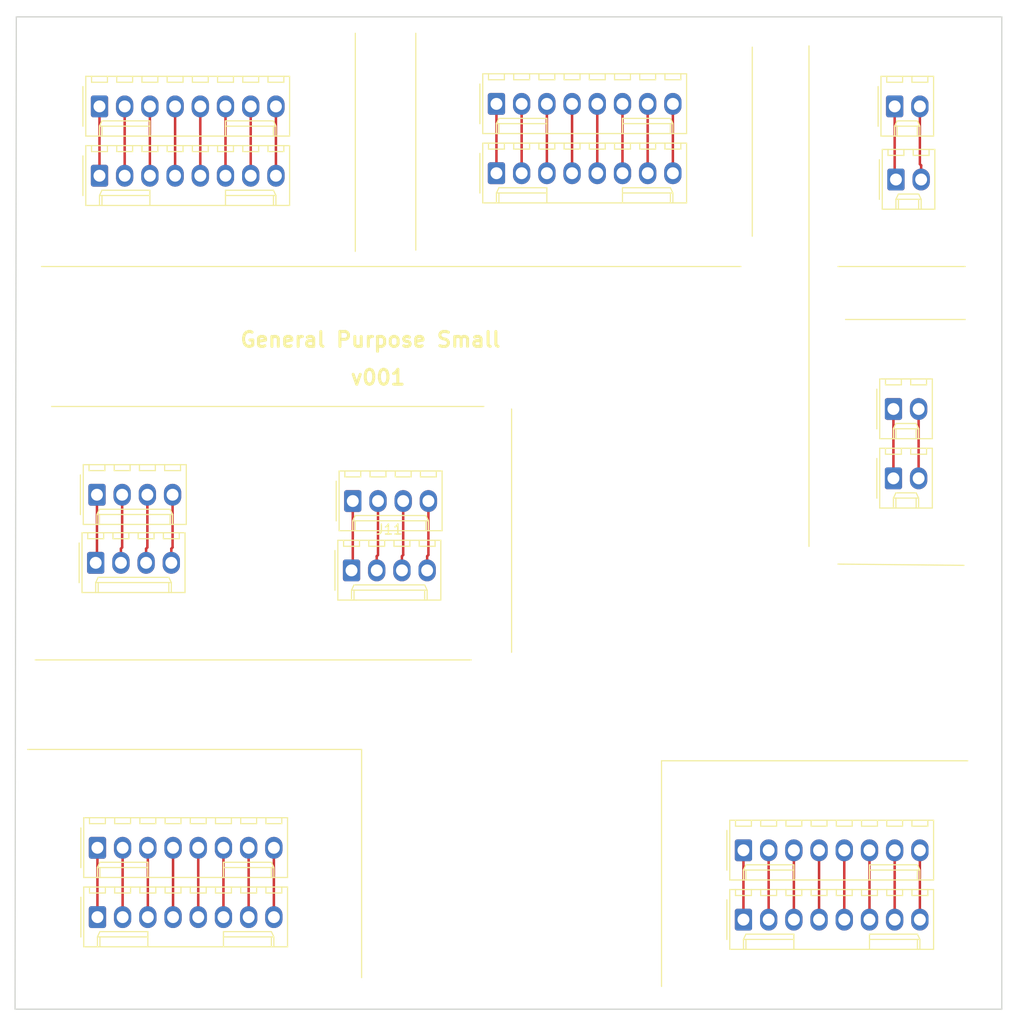
<source format=kicad_pcb>
(kicad_pcb (version 20171130) (host pcbnew "(5.1.5-0-10_14)")

  (general
    (thickness 1.6)
    (drawings 21)
    (tracks 61)
    (zones 0)
    (modules 48)
    (nets 45)
  )

  (page A4)
  (layers
    (0 F.Cu signal)
    (31 B.Cu signal)
    (32 B.Adhes user)
    (33 F.Adhes user)
    (34 B.Paste user)
    (35 F.Paste user)
    (36 B.SilkS user)
    (37 F.SilkS user)
    (38 B.Mask user)
    (39 F.Mask user)
    (40 Dwgs.User user)
    (41 Cmts.User user)
    (42 Eco1.User user)
    (43 Eco2.User user)
    (44 Edge.Cuts user)
    (45 Margin user)
    (46 B.CrtYd user)
    (47 F.CrtYd user)
    (48 B.Fab user)
    (49 F.Fab user)
  )

  (setup
    (last_trace_width 0.25)
    (trace_clearance 0.2)
    (zone_clearance 0.508)
    (zone_45_only no)
    (trace_min 0.2)
    (via_size 0.8)
    (via_drill 0.4)
    (via_min_size 0.4)
    (via_min_drill 0.3)
    (uvia_size 0.3)
    (uvia_drill 0.1)
    (uvias_allowed no)
    (uvia_min_size 0.2)
    (uvia_min_drill 0.1)
    (edge_width 0.05)
    (segment_width 0.2)
    (pcb_text_width 0.3)
    (pcb_text_size 1.5 1.5)
    (mod_edge_width 0.12)
    (mod_text_size 1 1)
    (mod_text_width 0.15)
    (pad_size 1.524 1.524)
    (pad_drill 0.762)
    (pad_to_mask_clearance 0.051)
    (solder_mask_min_width 0.25)
    (aux_axis_origin 0 0)
    (visible_elements FFFFFF7F)
    (pcbplotparams
      (layerselection 0x010fc_ffffffff)
      (usegerberextensions false)
      (usegerberattributes false)
      (usegerberadvancedattributes false)
      (creategerberjobfile false)
      (excludeedgelayer true)
      (linewidth 0.100000)
      (plotframeref false)
      (viasonmask false)
      (mode 1)
      (useauxorigin false)
      (hpglpennumber 1)
      (hpglpenspeed 20)
      (hpglpendiameter 15.000000)
      (psnegative false)
      (psa4output false)
      (plotreference true)
      (plotvalue true)
      (plotinvisibletext false)
      (padsonsilk false)
      (subtractmaskfromsilk false)
      (outputformat 1)
      (mirror false)
      (drillshape 0)
      (scaleselection 1)
      (outputdirectory "manufacturing"))
  )

  (net 0 "")
  (net 1 "Net-(J1-Pad8)")
  (net 2 "Net-(J1-Pad7)")
  (net 3 "Net-(J1-Pad6)")
  (net 4 "Net-(J1-Pad5)")
  (net 5 "Net-(J1-Pad4)")
  (net 6 "Net-(J1-Pad3)")
  (net 7 "Net-(J1-Pad2)")
  (net 8 "Net-(J1-Pad1)")
  (net 9 "Net-(J2-Pad8)")
  (net 10 "Net-(J2-Pad7)")
  (net 11 "Net-(J2-Pad6)")
  (net 12 "Net-(J2-Pad5)")
  (net 13 "Net-(J2-Pad4)")
  (net 14 "Net-(J2-Pad3)")
  (net 15 "Net-(J2-Pad2)")
  (net 16 "Net-(J2-Pad1)")
  (net 17 "Net-(J3-Pad8)")
  (net 18 "Net-(J3-Pad7)")
  (net 19 "Net-(J3-Pad6)")
  (net 20 "Net-(J3-Pad5)")
  (net 21 "Net-(J3-Pad4)")
  (net 22 "Net-(J3-Pad3)")
  (net 23 "Net-(J3-Pad2)")
  (net 24 "Net-(J3-Pad1)")
  (net 25 "Net-(J4-Pad8)")
  (net 26 "Net-(J4-Pad7)")
  (net 27 "Net-(J4-Pad6)")
  (net 28 "Net-(J4-Pad5)")
  (net 29 "Net-(J4-Pad4)")
  (net 30 "Net-(J4-Pad3)")
  (net 31 "Net-(J4-Pad2)")
  (net 32 "Net-(J4-Pad1)")
  (net 33 "Net-(J13-Pad2)")
  (net 34 "Net-(J13-Pad1)")
  (net 35 "Net-(J10-Pad2)")
  (net 36 "Net-(J10-Pad1)")
  (net 37 "Net-(J11-Pad4)")
  (net 38 "Net-(J11-Pad3)")
  (net 39 "Net-(J11-Pad2)")
  (net 40 "Net-(J11-Pad1)")
  (net 41 "Net-(J12-Pad4)")
  (net 42 "Net-(J12-Pad3)")
  (net 43 "Net-(J12-Pad2)")
  (net 44 "Net-(J12-Pad1)")

  (net_class Default "This is the default net class."
    (clearance 0.2)
    (trace_width 0.25)
    (via_dia 0.8)
    (via_drill 0.4)
    (uvia_dia 0.3)
    (uvia_drill 0.1)
    (add_net "Net-(J1-Pad1)")
    (add_net "Net-(J1-Pad2)")
    (add_net "Net-(J1-Pad3)")
    (add_net "Net-(J1-Pad4)")
    (add_net "Net-(J1-Pad5)")
    (add_net "Net-(J1-Pad6)")
    (add_net "Net-(J1-Pad7)")
    (add_net "Net-(J1-Pad8)")
    (add_net "Net-(J10-Pad1)")
    (add_net "Net-(J10-Pad2)")
    (add_net "Net-(J11-Pad1)")
    (add_net "Net-(J11-Pad2)")
    (add_net "Net-(J11-Pad3)")
    (add_net "Net-(J11-Pad4)")
    (add_net "Net-(J12-Pad1)")
    (add_net "Net-(J12-Pad2)")
    (add_net "Net-(J12-Pad3)")
    (add_net "Net-(J12-Pad4)")
    (add_net "Net-(J13-Pad1)")
    (add_net "Net-(J13-Pad2)")
    (add_net "Net-(J2-Pad1)")
    (add_net "Net-(J2-Pad2)")
    (add_net "Net-(J2-Pad3)")
    (add_net "Net-(J2-Pad4)")
    (add_net "Net-(J2-Pad5)")
    (add_net "Net-(J2-Pad6)")
    (add_net "Net-(J2-Pad7)")
    (add_net "Net-(J2-Pad8)")
    (add_net "Net-(J3-Pad1)")
    (add_net "Net-(J3-Pad2)")
    (add_net "Net-(J3-Pad3)")
    (add_net "Net-(J3-Pad4)")
    (add_net "Net-(J3-Pad5)")
    (add_net "Net-(J3-Pad6)")
    (add_net "Net-(J3-Pad7)")
    (add_net "Net-(J3-Pad8)")
    (add_net "Net-(J4-Pad1)")
    (add_net "Net-(J4-Pad2)")
    (add_net "Net-(J4-Pad3)")
    (add_net "Net-(J4-Pad4)")
    (add_net "Net-(J4-Pad5)")
    (add_net "Net-(J4-Pad6)")
    (add_net "Net-(J4-Pad7)")
    (add_net "Net-(J4-Pad8)")
  )

  (module PT_Library_v001:Molex_1x04_P2.54mm_Vertical (layer F.Cu) (tedit 5B78013E) (tstamp 604D18C0)
    (at 46.99 88.646)
    (descr "Molex KK-254 Interconnect System, old/engineering part number: AE-6410-04A example for new part number: 22-27-2041, 4 Pins (http://www.molex.com/pdm_docs/sd/022272021_sd.pdf), generated with kicad-footprint-generator")
    (tags "connector Molex KK-254 side entry")
    (path /604F5329)
    (fp_text reference J16 (at 3.81 -4.12) (layer Dwgs.User)
      (effects (font (size 1 1) (thickness 0.15)))
    )
    (fp_text value Conn_01x04_Female (at 3.81 4.08) (layer F.Fab)
      (effects (font (size 1 1) (thickness 0.15)))
    )
    (fp_text user %R (at 3.81 -2.22) (layer F.Fab)
      (effects (font (size 1 1) (thickness 0.15)))
    )
    (fp_line (start 9.39 -3.42) (end -1.77 -3.42) (layer F.CrtYd) (width 0.05))
    (fp_line (start 9.39 3.38) (end 9.39 -3.42) (layer F.CrtYd) (width 0.05))
    (fp_line (start -1.77 3.38) (end 9.39 3.38) (layer F.CrtYd) (width 0.05))
    (fp_line (start -1.77 -3.42) (end -1.77 3.38) (layer F.CrtYd) (width 0.05))
    (fp_line (start 8.42 -2.43) (end 8.42 -3.03) (layer F.SilkS) (width 0.12))
    (fp_line (start 6.82 -2.43) (end 8.42 -2.43) (layer F.SilkS) (width 0.12))
    (fp_line (start 6.82 -3.03) (end 6.82 -2.43) (layer F.SilkS) (width 0.12))
    (fp_line (start 5.88 -2.43) (end 5.88 -3.03) (layer F.SilkS) (width 0.12))
    (fp_line (start 4.28 -2.43) (end 5.88 -2.43) (layer F.SilkS) (width 0.12))
    (fp_line (start 4.28 -3.03) (end 4.28 -2.43) (layer F.SilkS) (width 0.12))
    (fp_line (start 3.34 -2.43) (end 3.34 -3.03) (layer F.SilkS) (width 0.12))
    (fp_line (start 1.74 -2.43) (end 3.34 -2.43) (layer F.SilkS) (width 0.12))
    (fp_line (start 1.74 -3.03) (end 1.74 -2.43) (layer F.SilkS) (width 0.12))
    (fp_line (start 0.8 -2.43) (end 0.8 -3.03) (layer F.SilkS) (width 0.12))
    (fp_line (start -0.8 -2.43) (end 0.8 -2.43) (layer F.SilkS) (width 0.12))
    (fp_line (start -0.8 -3.03) (end -0.8 -2.43) (layer F.SilkS) (width 0.12))
    (fp_line (start 7.37 2.99) (end 7.37 1.99) (layer F.SilkS) (width 0.12))
    (fp_line (start 0.25 2.99) (end 0.25 1.99) (layer F.SilkS) (width 0.12))
    (fp_line (start 7.37 1.46) (end 7.62 1.99) (layer F.SilkS) (width 0.12))
    (fp_line (start 0.25 1.46) (end 7.37 1.46) (layer F.SilkS) (width 0.12))
    (fp_line (start 0 1.99) (end 0.25 1.46) (layer F.SilkS) (width 0.12))
    (fp_line (start 7.62 1.99) (end 7.62 2.99) (layer F.SilkS) (width 0.12))
    (fp_line (start 0 1.99) (end 7.62 1.99) (layer F.SilkS) (width 0.12))
    (fp_line (start 0 2.99) (end 0 1.99) (layer F.SilkS) (width 0.12))
    (fp_line (start -0.562893 0) (end -1.27 0.5) (layer F.Fab) (width 0.1))
    (fp_line (start -1.27 -0.5) (end -0.562893 0) (layer F.Fab) (width 0.1))
    (fp_line (start -1.67 -2) (end -1.67 2) (layer F.SilkS) (width 0.12))
    (fp_line (start 9 -3.03) (end -1.38 -3.03) (layer F.SilkS) (width 0.12))
    (fp_line (start 9 2.99) (end 9 -3.03) (layer F.SilkS) (width 0.12))
    (fp_line (start -1.38 2.99) (end 9 2.99) (layer F.SilkS) (width 0.12))
    (fp_line (start -1.38 -3.03) (end -1.38 2.99) (layer F.SilkS) (width 0.12))
    (fp_line (start 8.89 -2.92) (end -1.27 -2.92) (layer F.Fab) (width 0.1))
    (fp_line (start 8.89 2.88) (end 8.89 -2.92) (layer F.Fab) (width 0.1))
    (fp_line (start -1.27 2.88) (end 8.89 2.88) (layer F.Fab) (width 0.1))
    (fp_line (start -1.27 -2.92) (end -1.27 2.88) (layer F.Fab) (width 0.1))
    (pad 4 thru_hole oval (at 7.62 0) (size 1.74 2.2) (drill 1.2) (layers *.Cu *.Mask)
      (net 41 "Net-(J12-Pad4)"))
    (pad 3 thru_hole oval (at 5.08 0) (size 1.74 2.2) (drill 1.2) (layers *.Cu *.Mask)
      (net 42 "Net-(J12-Pad3)"))
    (pad 2 thru_hole oval (at 2.54 0) (size 1.74 2.2) (drill 1.2) (layers *.Cu *.Mask)
      (net 43 "Net-(J12-Pad2)"))
    (pad 1 thru_hole roundrect (at 0 0) (size 1.74 2.2) (drill 1.2) (layers *.Cu *.Mask) (roundrect_rratio 0.143678)
      (net 44 "Net-(J12-Pad1)"))
    (model ${KISYS3DMOD}/Connector_Molex.3dshapes/Molex_KK-254_AE-6410-04A_1x04_P2.54mm_Vertical.wrl
      (at (xyz 0 0 0))
      (scale (xyz 1 1 1))
      (rotate (xyz 0 0 0))
    )
  )

  (module PT_Library_v001:Molex_1x04_P2.54mm_Vertical (layer F.Cu) (tedit 5B78013E) (tstamp 604D1894)
    (at 72.771 89.281)
    (descr "Molex KK-254 Interconnect System, old/engineering part number: AE-6410-04A example for new part number: 22-27-2041, 4 Pins (http://www.molex.com/pdm_docs/sd/022272021_sd.pdf), generated with kicad-footprint-generator")
    (tags "connector Molex KK-254 side entry")
    (path /604EF775)
    (fp_text reference J15 (at 3.81 -4.12) (layer Dwgs.User)
      (effects (font (size 1 1) (thickness 0.15)))
    )
    (fp_text value Conn_01x04_Female (at 3.81 4.08) (layer F.Fab)
      (effects (font (size 1 1) (thickness 0.15)))
    )
    (fp_text user %R (at 3.81 -2.22) (layer F.Fab)
      (effects (font (size 1 1) (thickness 0.15)))
    )
    (fp_line (start 9.39 -3.42) (end -1.77 -3.42) (layer F.CrtYd) (width 0.05))
    (fp_line (start 9.39 3.38) (end 9.39 -3.42) (layer F.CrtYd) (width 0.05))
    (fp_line (start -1.77 3.38) (end 9.39 3.38) (layer F.CrtYd) (width 0.05))
    (fp_line (start -1.77 -3.42) (end -1.77 3.38) (layer F.CrtYd) (width 0.05))
    (fp_line (start 8.42 -2.43) (end 8.42 -3.03) (layer F.SilkS) (width 0.12))
    (fp_line (start 6.82 -2.43) (end 8.42 -2.43) (layer F.SilkS) (width 0.12))
    (fp_line (start 6.82 -3.03) (end 6.82 -2.43) (layer F.SilkS) (width 0.12))
    (fp_line (start 5.88 -2.43) (end 5.88 -3.03) (layer F.SilkS) (width 0.12))
    (fp_line (start 4.28 -2.43) (end 5.88 -2.43) (layer F.SilkS) (width 0.12))
    (fp_line (start 4.28 -3.03) (end 4.28 -2.43) (layer F.SilkS) (width 0.12))
    (fp_line (start 3.34 -2.43) (end 3.34 -3.03) (layer F.SilkS) (width 0.12))
    (fp_line (start 1.74 -2.43) (end 3.34 -2.43) (layer F.SilkS) (width 0.12))
    (fp_line (start 1.74 -3.03) (end 1.74 -2.43) (layer F.SilkS) (width 0.12))
    (fp_line (start 0.8 -2.43) (end 0.8 -3.03) (layer F.SilkS) (width 0.12))
    (fp_line (start -0.8 -2.43) (end 0.8 -2.43) (layer F.SilkS) (width 0.12))
    (fp_line (start -0.8 -3.03) (end -0.8 -2.43) (layer F.SilkS) (width 0.12))
    (fp_line (start 7.37 2.99) (end 7.37 1.99) (layer F.SilkS) (width 0.12))
    (fp_line (start 0.25 2.99) (end 0.25 1.99) (layer F.SilkS) (width 0.12))
    (fp_line (start 7.37 1.46) (end 7.62 1.99) (layer F.SilkS) (width 0.12))
    (fp_line (start 0.25 1.46) (end 7.37 1.46) (layer F.SilkS) (width 0.12))
    (fp_line (start 0 1.99) (end 0.25 1.46) (layer F.SilkS) (width 0.12))
    (fp_line (start 7.62 1.99) (end 7.62 2.99) (layer F.SilkS) (width 0.12))
    (fp_line (start 0 1.99) (end 7.62 1.99) (layer F.SilkS) (width 0.12))
    (fp_line (start 0 2.99) (end 0 1.99) (layer F.SilkS) (width 0.12))
    (fp_line (start -0.562893 0) (end -1.27 0.5) (layer F.Fab) (width 0.1))
    (fp_line (start -1.27 -0.5) (end -0.562893 0) (layer F.Fab) (width 0.1))
    (fp_line (start -1.67 -2) (end -1.67 2) (layer F.SilkS) (width 0.12))
    (fp_line (start 9 -3.03) (end -1.38 -3.03) (layer F.SilkS) (width 0.12))
    (fp_line (start 9 2.99) (end 9 -3.03) (layer F.SilkS) (width 0.12))
    (fp_line (start -1.38 2.99) (end 9 2.99) (layer F.SilkS) (width 0.12))
    (fp_line (start -1.38 -3.03) (end -1.38 2.99) (layer F.SilkS) (width 0.12))
    (fp_line (start 8.89 -2.92) (end -1.27 -2.92) (layer F.Fab) (width 0.1))
    (fp_line (start 8.89 2.88) (end 8.89 -2.92) (layer F.Fab) (width 0.1))
    (fp_line (start -1.27 2.88) (end 8.89 2.88) (layer F.Fab) (width 0.1))
    (fp_line (start -1.27 -2.92) (end -1.27 2.88) (layer F.Fab) (width 0.1))
    (pad 4 thru_hole oval (at 7.62 0) (size 1.74 2.2) (drill 1.2) (layers *.Cu *.Mask)
      (net 37 "Net-(J11-Pad4)"))
    (pad 3 thru_hole oval (at 5.08 0) (size 1.74 2.2) (drill 1.2) (layers *.Cu *.Mask)
      (net 38 "Net-(J11-Pad3)"))
    (pad 2 thru_hole oval (at 2.54 0) (size 1.74 2.2) (drill 1.2) (layers *.Cu *.Mask)
      (net 39 "Net-(J11-Pad2)"))
    (pad 1 thru_hole roundrect (at 0 0) (size 1.74 2.2) (drill 1.2) (layers *.Cu *.Mask) (roundrect_rratio 0.143678)
      (net 40 "Net-(J11-Pad1)"))
    (model ${KISYS3DMOD}/Connector_Molex.3dshapes/Molex_KK-254_AE-6410-04A_1x04_P2.54mm_Vertical.wrl
      (at (xyz 0 0 0))
      (scale (xyz 1 1 1))
      (rotate (xyz 0 0 0))
    )
  )

  (module PT_Library_v001:Molex_1x02_P2.54mm_Vertical (layer F.Cu) (tedit 5B78013E) (tstamp 604E60C9)
    (at 127.381 49.53)
    (descr "Molex KK-254 Interconnect System, old/engineering part number: AE-6410-02A example for new part number: 22-27-2021, 2 Pins (http://www.molex.com/pdm_docs/sd/022272021_sd.pdf), generated with kicad-footprint-generator")
    (tags "connector Molex KK-254 side entry")
    (path /604E7F37)
    (fp_text reference J14 (at 1.27 -4.12) (layer Dwgs.User)
      (effects (font (size 1 1) (thickness 0.15)))
    )
    (fp_text value Conn_01x02_Female (at 1.27 4.08) (layer F.Fab)
      (effects (font (size 1 1) (thickness 0.15)))
    )
    (fp_text user %R (at 1.27 -2.22) (layer F.Fab)
      (effects (font (size 1 1) (thickness 0.15)))
    )
    (fp_line (start 4.31 -3.42) (end -1.77 -3.42) (layer F.CrtYd) (width 0.05))
    (fp_line (start 4.31 3.38) (end 4.31 -3.42) (layer F.CrtYd) (width 0.05))
    (fp_line (start -1.77 3.38) (end 4.31 3.38) (layer F.CrtYd) (width 0.05))
    (fp_line (start -1.77 -3.42) (end -1.77 3.38) (layer F.CrtYd) (width 0.05))
    (fp_line (start 3.34 -2.43) (end 3.34 -3.03) (layer F.SilkS) (width 0.12))
    (fp_line (start 1.74 -2.43) (end 3.34 -2.43) (layer F.SilkS) (width 0.12))
    (fp_line (start 1.74 -3.03) (end 1.74 -2.43) (layer F.SilkS) (width 0.12))
    (fp_line (start 0.8 -2.43) (end 0.8 -3.03) (layer F.SilkS) (width 0.12))
    (fp_line (start -0.8 -2.43) (end 0.8 -2.43) (layer F.SilkS) (width 0.12))
    (fp_line (start -0.8 -3.03) (end -0.8 -2.43) (layer F.SilkS) (width 0.12))
    (fp_line (start 2.29 2.99) (end 2.29 1.99) (layer F.SilkS) (width 0.12))
    (fp_line (start 0.25 2.99) (end 0.25 1.99) (layer F.SilkS) (width 0.12))
    (fp_line (start 2.29 1.46) (end 2.54 1.99) (layer F.SilkS) (width 0.12))
    (fp_line (start 0.25 1.46) (end 2.29 1.46) (layer F.SilkS) (width 0.12))
    (fp_line (start 0 1.99) (end 0.25 1.46) (layer F.SilkS) (width 0.12))
    (fp_line (start 2.54 1.99) (end 2.54 2.99) (layer F.SilkS) (width 0.12))
    (fp_line (start 0 1.99) (end 2.54 1.99) (layer F.SilkS) (width 0.12))
    (fp_line (start 0 2.99) (end 0 1.99) (layer F.SilkS) (width 0.12))
    (fp_line (start -0.562893 0) (end -1.27 0.5) (layer F.Fab) (width 0.1))
    (fp_line (start -1.27 -0.5) (end -0.562893 0) (layer F.Fab) (width 0.1))
    (fp_line (start -1.67 -2) (end -1.67 2) (layer F.SilkS) (width 0.12))
    (fp_line (start 3.92 -3.03) (end -1.38 -3.03) (layer F.SilkS) (width 0.12))
    (fp_line (start 3.92 2.99) (end 3.92 -3.03) (layer F.SilkS) (width 0.12))
    (fp_line (start -1.38 2.99) (end 3.92 2.99) (layer F.SilkS) (width 0.12))
    (fp_line (start -1.38 -3.03) (end -1.38 2.99) (layer F.SilkS) (width 0.12))
    (fp_line (start 3.81 -2.92) (end -1.27 -2.92) (layer F.Fab) (width 0.1))
    (fp_line (start 3.81 2.88) (end 3.81 -2.92) (layer F.Fab) (width 0.1))
    (fp_line (start -1.27 2.88) (end 3.81 2.88) (layer F.Fab) (width 0.1))
    (fp_line (start -1.27 -2.92) (end -1.27 2.88) (layer F.Fab) (width 0.1))
    (pad 2 thru_hole oval (at 2.54 0) (size 1.74 2.2) (drill 1.2) (layers *.Cu *.Mask)
      (net 35 "Net-(J10-Pad2)"))
    (pad 1 thru_hole roundrect (at 0 0) (size 1.74 2.2) (drill 1.2) (layers *.Cu *.Mask) (roundrect_rratio 0.143678)
      (net 36 "Net-(J10-Pad1)"))
    (model ${KISYS3DMOD}/Connector_Molex.3dshapes/Molex_KK-254_AE-6410-02A_1x02_P2.54mm_Vertical.wrl
      (at (xyz 0 0 0))
      (scale (xyz 1 1 1))
      (rotate (xyz 0 0 0))
    )
  )

  (module PT_Library_v001:Molex_1x02_P2.54mm_Vertical (layer F.Cu) (tedit 5B78013E) (tstamp 604E627B)
    (at 127.254 80.01)
    (descr "Molex KK-254 Interconnect System, old/engineering part number: AE-6410-02A example for new part number: 22-27-2021, 2 Pins (http://www.molex.com/pdm_docs/sd/022272021_sd.pdf), generated with kicad-footprint-generator")
    (tags "connector Molex KK-254 side entry")
    (path /604E3006)
    (fp_text reference J13 (at 1.27 -4.12) (layer Dwgs.User)
      (effects (font (size 1 1) (thickness 0.15)))
    )
    (fp_text value Conn_01x02_Female (at 1.27 4.08) (layer F.Fab)
      (effects (font (size 1 1) (thickness 0.15)))
    )
    (fp_text user %R (at 1.27 -2.22) (layer F.Fab)
      (effects (font (size 1 1) (thickness 0.15)))
    )
    (fp_line (start 4.31 -3.42) (end -1.77 -3.42) (layer F.CrtYd) (width 0.05))
    (fp_line (start 4.31 3.38) (end 4.31 -3.42) (layer F.CrtYd) (width 0.05))
    (fp_line (start -1.77 3.38) (end 4.31 3.38) (layer F.CrtYd) (width 0.05))
    (fp_line (start -1.77 -3.42) (end -1.77 3.38) (layer F.CrtYd) (width 0.05))
    (fp_line (start 3.34 -2.43) (end 3.34 -3.03) (layer F.SilkS) (width 0.12))
    (fp_line (start 1.74 -2.43) (end 3.34 -2.43) (layer F.SilkS) (width 0.12))
    (fp_line (start 1.74 -3.03) (end 1.74 -2.43) (layer F.SilkS) (width 0.12))
    (fp_line (start 0.8 -2.43) (end 0.8 -3.03) (layer F.SilkS) (width 0.12))
    (fp_line (start -0.8 -2.43) (end 0.8 -2.43) (layer F.SilkS) (width 0.12))
    (fp_line (start -0.8 -3.03) (end -0.8 -2.43) (layer F.SilkS) (width 0.12))
    (fp_line (start 2.29 2.99) (end 2.29 1.99) (layer F.SilkS) (width 0.12))
    (fp_line (start 0.25 2.99) (end 0.25 1.99) (layer F.SilkS) (width 0.12))
    (fp_line (start 2.29 1.46) (end 2.54 1.99) (layer F.SilkS) (width 0.12))
    (fp_line (start 0.25 1.46) (end 2.29 1.46) (layer F.SilkS) (width 0.12))
    (fp_line (start 0 1.99) (end 0.25 1.46) (layer F.SilkS) (width 0.12))
    (fp_line (start 2.54 1.99) (end 2.54 2.99) (layer F.SilkS) (width 0.12))
    (fp_line (start 0 1.99) (end 2.54 1.99) (layer F.SilkS) (width 0.12))
    (fp_line (start 0 2.99) (end 0 1.99) (layer F.SilkS) (width 0.12))
    (fp_line (start -0.562893 0) (end -1.27 0.5) (layer F.Fab) (width 0.1))
    (fp_line (start -1.27 -0.5) (end -0.562893 0) (layer F.Fab) (width 0.1))
    (fp_line (start -1.67 -2) (end -1.67 2) (layer F.SilkS) (width 0.12))
    (fp_line (start 3.92 -3.03) (end -1.38 -3.03) (layer F.SilkS) (width 0.12))
    (fp_line (start 3.92 2.99) (end 3.92 -3.03) (layer F.SilkS) (width 0.12))
    (fp_line (start -1.38 2.99) (end 3.92 2.99) (layer F.SilkS) (width 0.12))
    (fp_line (start -1.38 -3.03) (end -1.38 2.99) (layer F.SilkS) (width 0.12))
    (fp_line (start 3.81 -2.92) (end -1.27 -2.92) (layer F.Fab) (width 0.1))
    (fp_line (start 3.81 2.88) (end 3.81 -2.92) (layer F.Fab) (width 0.1))
    (fp_line (start -1.27 2.88) (end 3.81 2.88) (layer F.Fab) (width 0.1))
    (fp_line (start -1.27 -2.92) (end -1.27 2.88) (layer F.Fab) (width 0.1))
    (pad 2 thru_hole oval (at 2.54 0) (size 1.74 2.2) (drill 1.2) (layers *.Cu *.Mask)
      (net 33 "Net-(J13-Pad2)"))
    (pad 1 thru_hole roundrect (at 0 0) (size 1.74 2.2) (drill 1.2) (layers *.Cu *.Mask) (roundrect_rratio 0.143678)
      (net 34 "Net-(J13-Pad1)"))
    (model ${KISYS3DMOD}/Connector_Molex.3dshapes/Molex_KK-254_AE-6410-02A_1x02_P2.54mm_Vertical.wrl
      (at (xyz 0 0 0))
      (scale (xyz 1 1 1))
      (rotate (xyz 0 0 0))
    )
  )

  (module PT_Library_v001:Molex_1x04_P2.54mm_Vertical (layer F.Cu) (tedit 5B78013E) (tstamp 604D1820)
    (at 46.863 95.504)
    (descr "Molex KK-254 Interconnect System, old/engineering part number: AE-6410-04A example for new part number: 22-27-2041, 4 Pins (http://www.molex.com/pdm_docs/sd/022272021_sd.pdf), generated with kicad-footprint-generator")
    (tags "connector Molex KK-254 side entry")
    (path /604F5333)
    (fp_text reference J12 (at 3.81 -4.12) (layer Dwgs.User)
      (effects (font (size 1 1) (thickness 0.15)))
    )
    (fp_text value Conn_01x04_Female (at 3.81 4.08) (layer F.Fab)
      (effects (font (size 1 1) (thickness 0.15)))
    )
    (fp_text user %R (at 3.81 -2.22) (layer F.Fab)
      (effects (font (size 1 1) (thickness 0.15)))
    )
    (fp_line (start 9.39 -3.42) (end -1.77 -3.42) (layer F.CrtYd) (width 0.05))
    (fp_line (start 9.39 3.38) (end 9.39 -3.42) (layer F.CrtYd) (width 0.05))
    (fp_line (start -1.77 3.38) (end 9.39 3.38) (layer F.CrtYd) (width 0.05))
    (fp_line (start -1.77 -3.42) (end -1.77 3.38) (layer F.CrtYd) (width 0.05))
    (fp_line (start 8.42 -2.43) (end 8.42 -3.03) (layer F.SilkS) (width 0.12))
    (fp_line (start 6.82 -2.43) (end 8.42 -2.43) (layer F.SilkS) (width 0.12))
    (fp_line (start 6.82 -3.03) (end 6.82 -2.43) (layer F.SilkS) (width 0.12))
    (fp_line (start 5.88 -2.43) (end 5.88 -3.03) (layer F.SilkS) (width 0.12))
    (fp_line (start 4.28 -2.43) (end 5.88 -2.43) (layer F.SilkS) (width 0.12))
    (fp_line (start 4.28 -3.03) (end 4.28 -2.43) (layer F.SilkS) (width 0.12))
    (fp_line (start 3.34 -2.43) (end 3.34 -3.03) (layer F.SilkS) (width 0.12))
    (fp_line (start 1.74 -2.43) (end 3.34 -2.43) (layer F.SilkS) (width 0.12))
    (fp_line (start 1.74 -3.03) (end 1.74 -2.43) (layer F.SilkS) (width 0.12))
    (fp_line (start 0.8 -2.43) (end 0.8 -3.03) (layer F.SilkS) (width 0.12))
    (fp_line (start -0.8 -2.43) (end 0.8 -2.43) (layer F.SilkS) (width 0.12))
    (fp_line (start -0.8 -3.03) (end -0.8 -2.43) (layer F.SilkS) (width 0.12))
    (fp_line (start 7.37 2.99) (end 7.37 1.99) (layer F.SilkS) (width 0.12))
    (fp_line (start 0.25 2.99) (end 0.25 1.99) (layer F.SilkS) (width 0.12))
    (fp_line (start 7.37 1.46) (end 7.62 1.99) (layer F.SilkS) (width 0.12))
    (fp_line (start 0.25 1.46) (end 7.37 1.46) (layer F.SilkS) (width 0.12))
    (fp_line (start 0 1.99) (end 0.25 1.46) (layer F.SilkS) (width 0.12))
    (fp_line (start 7.62 1.99) (end 7.62 2.99) (layer F.SilkS) (width 0.12))
    (fp_line (start 0 1.99) (end 7.62 1.99) (layer F.SilkS) (width 0.12))
    (fp_line (start 0 2.99) (end 0 1.99) (layer F.SilkS) (width 0.12))
    (fp_line (start -0.562893 0) (end -1.27 0.5) (layer F.Fab) (width 0.1))
    (fp_line (start -1.27 -0.5) (end -0.562893 0) (layer F.Fab) (width 0.1))
    (fp_line (start -1.67 -2) (end -1.67 2) (layer F.SilkS) (width 0.12))
    (fp_line (start 9 -3.03) (end -1.38 -3.03) (layer F.SilkS) (width 0.12))
    (fp_line (start 9 2.99) (end 9 -3.03) (layer F.SilkS) (width 0.12))
    (fp_line (start -1.38 2.99) (end 9 2.99) (layer F.SilkS) (width 0.12))
    (fp_line (start -1.38 -3.03) (end -1.38 2.99) (layer F.SilkS) (width 0.12))
    (fp_line (start 8.89 -2.92) (end -1.27 -2.92) (layer F.Fab) (width 0.1))
    (fp_line (start 8.89 2.88) (end 8.89 -2.92) (layer F.Fab) (width 0.1))
    (fp_line (start -1.27 2.88) (end 8.89 2.88) (layer F.Fab) (width 0.1))
    (fp_line (start -1.27 -2.92) (end -1.27 2.88) (layer F.Fab) (width 0.1))
    (pad 4 thru_hole oval (at 7.62 0) (size 1.74 2.2) (drill 1.2) (layers *.Cu *.Mask)
      (net 41 "Net-(J12-Pad4)"))
    (pad 3 thru_hole oval (at 5.08 0) (size 1.74 2.2) (drill 1.2) (layers *.Cu *.Mask)
      (net 42 "Net-(J12-Pad3)"))
    (pad 2 thru_hole oval (at 2.54 0) (size 1.74 2.2) (drill 1.2) (layers *.Cu *.Mask)
      (net 43 "Net-(J12-Pad2)"))
    (pad 1 thru_hole roundrect (at 0 0) (size 1.74 2.2) (drill 1.2) (layers *.Cu *.Mask) (roundrect_rratio 0.143678)
      (net 44 "Net-(J12-Pad1)"))
    (model ${KISYS3DMOD}/Connector_Molex.3dshapes/Molex_KK-254_AE-6410-04A_1x04_P2.54mm_Vertical.wrl
      (at (xyz 0 0 0))
      (scale (xyz 1 1 1))
      (rotate (xyz 0 0 0))
    )
  )

  (module PT_Library_v001:Molex_1x04_P2.54mm_Vertical (layer F.Cu) (tedit 5B78013E) (tstamp 604D17F4)
    (at 72.644 96.266)
    (descr "Molex KK-254 Interconnect System, old/engineering part number: AE-6410-04A example for new part number: 22-27-2041, 4 Pins (http://www.molex.com/pdm_docs/sd/022272021_sd.pdf), generated with kicad-footprint-generator")
    (tags "connector Molex KK-254 side entry")
    (path /604F03C2)
    (fp_text reference J11 (at 3.81 -4.12) (layer F.SilkS)
      (effects (font (size 1 1) (thickness 0.15)))
    )
    (fp_text value Conn_01x04_Female (at 3.81 4.08) (layer F.Fab)
      (effects (font (size 1 1) (thickness 0.15)))
    )
    (fp_text user %R (at 3.81 -2.22) (layer F.Fab)
      (effects (font (size 1 1) (thickness 0.15)))
    )
    (fp_line (start 9.39 -3.42) (end -1.77 -3.42) (layer F.CrtYd) (width 0.05))
    (fp_line (start 9.39 3.38) (end 9.39 -3.42) (layer F.CrtYd) (width 0.05))
    (fp_line (start -1.77 3.38) (end 9.39 3.38) (layer F.CrtYd) (width 0.05))
    (fp_line (start -1.77 -3.42) (end -1.77 3.38) (layer F.CrtYd) (width 0.05))
    (fp_line (start 8.42 -2.43) (end 8.42 -3.03) (layer F.SilkS) (width 0.12))
    (fp_line (start 6.82 -2.43) (end 8.42 -2.43) (layer F.SilkS) (width 0.12))
    (fp_line (start 6.82 -3.03) (end 6.82 -2.43) (layer F.SilkS) (width 0.12))
    (fp_line (start 5.88 -2.43) (end 5.88 -3.03) (layer F.SilkS) (width 0.12))
    (fp_line (start 4.28 -2.43) (end 5.88 -2.43) (layer F.SilkS) (width 0.12))
    (fp_line (start 4.28 -3.03) (end 4.28 -2.43) (layer F.SilkS) (width 0.12))
    (fp_line (start 3.34 -2.43) (end 3.34 -3.03) (layer F.SilkS) (width 0.12))
    (fp_line (start 1.74 -2.43) (end 3.34 -2.43) (layer F.SilkS) (width 0.12))
    (fp_line (start 1.74 -3.03) (end 1.74 -2.43) (layer F.SilkS) (width 0.12))
    (fp_line (start 0.8 -2.43) (end 0.8 -3.03) (layer F.SilkS) (width 0.12))
    (fp_line (start -0.8 -2.43) (end 0.8 -2.43) (layer F.SilkS) (width 0.12))
    (fp_line (start -0.8 -3.03) (end -0.8 -2.43) (layer F.SilkS) (width 0.12))
    (fp_line (start 7.37 2.99) (end 7.37 1.99) (layer F.SilkS) (width 0.12))
    (fp_line (start 0.25 2.99) (end 0.25 1.99) (layer F.SilkS) (width 0.12))
    (fp_line (start 7.37 1.46) (end 7.62 1.99) (layer F.SilkS) (width 0.12))
    (fp_line (start 0.25 1.46) (end 7.37 1.46) (layer F.SilkS) (width 0.12))
    (fp_line (start 0 1.99) (end 0.25 1.46) (layer F.SilkS) (width 0.12))
    (fp_line (start 7.62 1.99) (end 7.62 2.99) (layer F.SilkS) (width 0.12))
    (fp_line (start 0 1.99) (end 7.62 1.99) (layer F.SilkS) (width 0.12))
    (fp_line (start 0 2.99) (end 0 1.99) (layer F.SilkS) (width 0.12))
    (fp_line (start -0.562893 0) (end -1.27 0.5) (layer F.Fab) (width 0.1))
    (fp_line (start -1.27 -0.5) (end -0.562893 0) (layer F.Fab) (width 0.1))
    (fp_line (start -1.67 -2) (end -1.67 2) (layer F.SilkS) (width 0.12))
    (fp_line (start 9 -3.03) (end -1.38 -3.03) (layer F.SilkS) (width 0.12))
    (fp_line (start 9 2.99) (end 9 -3.03) (layer F.SilkS) (width 0.12))
    (fp_line (start -1.38 2.99) (end 9 2.99) (layer F.SilkS) (width 0.12))
    (fp_line (start -1.38 -3.03) (end -1.38 2.99) (layer F.SilkS) (width 0.12))
    (fp_line (start 8.89 -2.92) (end -1.27 -2.92) (layer F.Fab) (width 0.1))
    (fp_line (start 8.89 2.88) (end 8.89 -2.92) (layer F.Fab) (width 0.1))
    (fp_line (start -1.27 2.88) (end 8.89 2.88) (layer F.Fab) (width 0.1))
    (fp_line (start -1.27 -2.92) (end -1.27 2.88) (layer F.Fab) (width 0.1))
    (pad 4 thru_hole oval (at 7.62 0) (size 1.74 2.2) (drill 1.2) (layers *.Cu *.Mask)
      (net 37 "Net-(J11-Pad4)"))
    (pad 3 thru_hole oval (at 5.08 0) (size 1.74 2.2) (drill 1.2) (layers *.Cu *.Mask)
      (net 38 "Net-(J11-Pad3)"))
    (pad 2 thru_hole oval (at 2.54 0) (size 1.74 2.2) (drill 1.2) (layers *.Cu *.Mask)
      (net 39 "Net-(J11-Pad2)"))
    (pad 1 thru_hole roundrect (at 0 0) (size 1.74 2.2) (drill 1.2) (layers *.Cu *.Mask) (roundrect_rratio 0.143678)
      (net 40 "Net-(J11-Pad1)"))
    (model ${KISYS3DMOD}/Connector_Molex.3dshapes/Molex_KK-254_AE-6410-04A_1x04_P2.54mm_Vertical.wrl
      (at (xyz 0 0 0))
      (scale (xyz 1 1 1))
      (rotate (xyz 0 0 0))
    )
  )

  (module PT_Library_v001:Molex_1x02_P2.54mm_Vertical (layer F.Cu) (tedit 5B78013E) (tstamp 604E6132)
    (at 127.508 56.896)
    (descr "Molex KK-254 Interconnect System, old/engineering part number: AE-6410-02A example for new part number: 22-27-2021, 2 Pins (http://www.molex.com/pdm_docs/sd/022272021_sd.pdf), generated with kicad-footprint-generator")
    (tags "connector Molex KK-254 side entry")
    (path /604E7F41)
    (fp_text reference J10 (at 1.27 -4.12) (layer Dwgs.User)
      (effects (font (size 1 1) (thickness 0.15)))
    )
    (fp_text value Conn_01x02_Female (at 1.27 4.08) (layer F.Fab)
      (effects (font (size 1 1) (thickness 0.15)))
    )
    (fp_text user %R (at 1.27 -2.22) (layer F.Fab)
      (effects (font (size 1 1) (thickness 0.15)))
    )
    (fp_line (start 4.31 -3.42) (end -1.77 -3.42) (layer F.CrtYd) (width 0.05))
    (fp_line (start 4.31 3.38) (end 4.31 -3.42) (layer F.CrtYd) (width 0.05))
    (fp_line (start -1.77 3.38) (end 4.31 3.38) (layer F.CrtYd) (width 0.05))
    (fp_line (start -1.77 -3.42) (end -1.77 3.38) (layer F.CrtYd) (width 0.05))
    (fp_line (start 3.34 -2.43) (end 3.34 -3.03) (layer F.SilkS) (width 0.12))
    (fp_line (start 1.74 -2.43) (end 3.34 -2.43) (layer F.SilkS) (width 0.12))
    (fp_line (start 1.74 -3.03) (end 1.74 -2.43) (layer F.SilkS) (width 0.12))
    (fp_line (start 0.8 -2.43) (end 0.8 -3.03) (layer F.SilkS) (width 0.12))
    (fp_line (start -0.8 -2.43) (end 0.8 -2.43) (layer F.SilkS) (width 0.12))
    (fp_line (start -0.8 -3.03) (end -0.8 -2.43) (layer F.SilkS) (width 0.12))
    (fp_line (start 2.29 2.99) (end 2.29 1.99) (layer F.SilkS) (width 0.12))
    (fp_line (start 0.25 2.99) (end 0.25 1.99) (layer F.SilkS) (width 0.12))
    (fp_line (start 2.29 1.46) (end 2.54 1.99) (layer F.SilkS) (width 0.12))
    (fp_line (start 0.25 1.46) (end 2.29 1.46) (layer F.SilkS) (width 0.12))
    (fp_line (start 0 1.99) (end 0.25 1.46) (layer F.SilkS) (width 0.12))
    (fp_line (start 2.54 1.99) (end 2.54 2.99) (layer F.SilkS) (width 0.12))
    (fp_line (start 0 1.99) (end 2.54 1.99) (layer F.SilkS) (width 0.12))
    (fp_line (start 0 2.99) (end 0 1.99) (layer F.SilkS) (width 0.12))
    (fp_line (start -0.562893 0) (end -1.27 0.5) (layer F.Fab) (width 0.1))
    (fp_line (start -1.27 -0.5) (end -0.562893 0) (layer F.Fab) (width 0.1))
    (fp_line (start -1.67 -2) (end -1.67 2) (layer F.SilkS) (width 0.12))
    (fp_line (start 3.92 -3.03) (end -1.38 -3.03) (layer F.SilkS) (width 0.12))
    (fp_line (start 3.92 2.99) (end 3.92 -3.03) (layer F.SilkS) (width 0.12))
    (fp_line (start -1.38 2.99) (end 3.92 2.99) (layer F.SilkS) (width 0.12))
    (fp_line (start -1.38 -3.03) (end -1.38 2.99) (layer F.SilkS) (width 0.12))
    (fp_line (start 3.81 -2.92) (end -1.27 -2.92) (layer F.Fab) (width 0.1))
    (fp_line (start 3.81 2.88) (end 3.81 -2.92) (layer F.Fab) (width 0.1))
    (fp_line (start -1.27 2.88) (end 3.81 2.88) (layer F.Fab) (width 0.1))
    (fp_line (start -1.27 -2.92) (end -1.27 2.88) (layer F.Fab) (width 0.1))
    (pad 2 thru_hole oval (at 2.54 0) (size 1.74 2.2) (drill 1.2) (layers *.Cu *.Mask)
      (net 35 "Net-(J10-Pad2)"))
    (pad 1 thru_hole roundrect (at 0 0) (size 1.74 2.2) (drill 1.2) (layers *.Cu *.Mask) (roundrect_rratio 0.143678)
      (net 36 "Net-(J10-Pad1)"))
    (model ${KISYS3DMOD}/Connector_Molex.3dshapes/Molex_KK-254_AE-6410-02A_1x02_P2.54mm_Vertical.wrl
      (at (xyz 0 0 0))
      (scale (xyz 1 1 1))
      (rotate (xyz 0 0 0))
    )
  )

  (module PT_Library_v001:Molex_1x02_P2.54mm_Vertical (layer F.Cu) (tedit 5B78013E) (tstamp 604E62E4)
    (at 127.254 86.995)
    (descr "Molex KK-254 Interconnect System, old/engineering part number: AE-6410-02A example for new part number: 22-27-2021, 2 Pins (http://www.molex.com/pdm_docs/sd/022272021_sd.pdf), generated with kicad-footprint-generator")
    (tags "connector Molex KK-254 side entry")
    (path /604E3762)
    (fp_text reference J9 (at 1.27 -4.12) (layer Dwgs.User)
      (effects (font (size 1 1) (thickness 0.15)))
    )
    (fp_text value Conn_01x02_Female (at 1.27 4.08) (layer F.Fab)
      (effects (font (size 1 1) (thickness 0.15)))
    )
    (fp_text user %R (at 1.27 -2.22) (layer F.Fab)
      (effects (font (size 1 1) (thickness 0.15)))
    )
    (fp_line (start 4.31 -3.42) (end -1.77 -3.42) (layer F.CrtYd) (width 0.05))
    (fp_line (start 4.31 3.38) (end 4.31 -3.42) (layer F.CrtYd) (width 0.05))
    (fp_line (start -1.77 3.38) (end 4.31 3.38) (layer F.CrtYd) (width 0.05))
    (fp_line (start -1.77 -3.42) (end -1.77 3.38) (layer F.CrtYd) (width 0.05))
    (fp_line (start 3.34 -2.43) (end 3.34 -3.03) (layer F.SilkS) (width 0.12))
    (fp_line (start 1.74 -2.43) (end 3.34 -2.43) (layer F.SilkS) (width 0.12))
    (fp_line (start 1.74 -3.03) (end 1.74 -2.43) (layer F.SilkS) (width 0.12))
    (fp_line (start 0.8 -2.43) (end 0.8 -3.03) (layer F.SilkS) (width 0.12))
    (fp_line (start -0.8 -2.43) (end 0.8 -2.43) (layer F.SilkS) (width 0.12))
    (fp_line (start -0.8 -3.03) (end -0.8 -2.43) (layer F.SilkS) (width 0.12))
    (fp_line (start 2.29 2.99) (end 2.29 1.99) (layer F.SilkS) (width 0.12))
    (fp_line (start 0.25 2.99) (end 0.25 1.99) (layer F.SilkS) (width 0.12))
    (fp_line (start 2.29 1.46) (end 2.54 1.99) (layer F.SilkS) (width 0.12))
    (fp_line (start 0.25 1.46) (end 2.29 1.46) (layer F.SilkS) (width 0.12))
    (fp_line (start 0 1.99) (end 0.25 1.46) (layer F.SilkS) (width 0.12))
    (fp_line (start 2.54 1.99) (end 2.54 2.99) (layer F.SilkS) (width 0.12))
    (fp_line (start 0 1.99) (end 2.54 1.99) (layer F.SilkS) (width 0.12))
    (fp_line (start 0 2.99) (end 0 1.99) (layer F.SilkS) (width 0.12))
    (fp_line (start -0.562893 0) (end -1.27 0.5) (layer F.Fab) (width 0.1))
    (fp_line (start -1.27 -0.5) (end -0.562893 0) (layer F.Fab) (width 0.1))
    (fp_line (start -1.67 -2) (end -1.67 2) (layer F.SilkS) (width 0.12))
    (fp_line (start 3.92 -3.03) (end -1.38 -3.03) (layer F.SilkS) (width 0.12))
    (fp_line (start 3.92 2.99) (end 3.92 -3.03) (layer F.SilkS) (width 0.12))
    (fp_line (start -1.38 2.99) (end 3.92 2.99) (layer F.SilkS) (width 0.12))
    (fp_line (start -1.38 -3.03) (end -1.38 2.99) (layer F.SilkS) (width 0.12))
    (fp_line (start 3.81 -2.92) (end -1.27 -2.92) (layer F.Fab) (width 0.1))
    (fp_line (start 3.81 2.88) (end 3.81 -2.92) (layer F.Fab) (width 0.1))
    (fp_line (start -1.27 2.88) (end 3.81 2.88) (layer F.Fab) (width 0.1))
    (fp_line (start -1.27 -2.92) (end -1.27 2.88) (layer F.Fab) (width 0.1))
    (pad 2 thru_hole oval (at 2.54 0) (size 1.74 2.2) (drill 1.2) (layers *.Cu *.Mask)
      (net 33 "Net-(J13-Pad2)"))
    (pad 1 thru_hole roundrect (at 0 0) (size 1.74 2.2) (drill 1.2) (layers *.Cu *.Mask) (roundrect_rratio 0.143678)
      (net 34 "Net-(J13-Pad1)"))
    (model ${KISYS3DMOD}/Connector_Molex.3dshapes/Molex_KK-254_AE-6410-02A_1x02_P2.54mm_Vertical.wrl
      (at (xyz 0 0 0))
      (scale (xyz 1 1 1))
      (rotate (xyz 0 0 0))
    )
  )

  (module PT_Library_v001:Molex_1x08_P2.54mm_Vertical (layer F.Cu) (tedit 5B78013E) (tstamp 604D1780)
    (at 87.249 49.276)
    (descr "Molex KK-254 Interconnect System, old/engineering part number: AE-6410-08A example for new part number: 22-27-2081, 8 Pins (http://www.molex.com/pdm_docs/sd/022272021_sd.pdf), generated with kicad-footprint-generator")
    (tags "connector Molex KK-254 side entry")
    (path /604D9263)
    (fp_text reference J8 (at 8.89 -4.12) (layer Dwgs.User)
      (effects (font (size 1 1) (thickness 0.15)))
    )
    (fp_text value Conn_01x08_Female (at 8.89 4.08) (layer F.Fab)
      (effects (font (size 1 1) (thickness 0.15)))
    )
    (fp_text user %R (at 8.89 -2.22) (layer F.Fab)
      (effects (font (size 1 1) (thickness 0.15)))
    )
    (fp_line (start 19.55 -3.42) (end -1.77 -3.42) (layer F.CrtYd) (width 0.05))
    (fp_line (start 19.55 3.38) (end 19.55 -3.42) (layer F.CrtYd) (width 0.05))
    (fp_line (start -1.77 3.38) (end 19.55 3.38) (layer F.CrtYd) (width 0.05))
    (fp_line (start -1.77 -3.42) (end -1.77 3.38) (layer F.CrtYd) (width 0.05))
    (fp_line (start 18.58 -2.43) (end 18.58 -3.03) (layer F.SilkS) (width 0.12))
    (fp_line (start 16.98 -2.43) (end 18.58 -2.43) (layer F.SilkS) (width 0.12))
    (fp_line (start 16.98 -3.03) (end 16.98 -2.43) (layer F.SilkS) (width 0.12))
    (fp_line (start 16.04 -2.43) (end 16.04 -3.03) (layer F.SilkS) (width 0.12))
    (fp_line (start 14.44 -2.43) (end 16.04 -2.43) (layer F.SilkS) (width 0.12))
    (fp_line (start 14.44 -3.03) (end 14.44 -2.43) (layer F.SilkS) (width 0.12))
    (fp_line (start 13.5 -2.43) (end 13.5 -3.03) (layer F.SilkS) (width 0.12))
    (fp_line (start 11.9 -2.43) (end 13.5 -2.43) (layer F.SilkS) (width 0.12))
    (fp_line (start 11.9 -3.03) (end 11.9 -2.43) (layer F.SilkS) (width 0.12))
    (fp_line (start 10.96 -2.43) (end 10.96 -3.03) (layer F.SilkS) (width 0.12))
    (fp_line (start 9.36 -2.43) (end 10.96 -2.43) (layer F.SilkS) (width 0.12))
    (fp_line (start 9.36 -3.03) (end 9.36 -2.43) (layer F.SilkS) (width 0.12))
    (fp_line (start 8.42 -2.43) (end 8.42 -3.03) (layer F.SilkS) (width 0.12))
    (fp_line (start 6.82 -2.43) (end 8.42 -2.43) (layer F.SilkS) (width 0.12))
    (fp_line (start 6.82 -3.03) (end 6.82 -2.43) (layer F.SilkS) (width 0.12))
    (fp_line (start 5.88 -2.43) (end 5.88 -3.03) (layer F.SilkS) (width 0.12))
    (fp_line (start 4.28 -2.43) (end 5.88 -2.43) (layer F.SilkS) (width 0.12))
    (fp_line (start 4.28 -3.03) (end 4.28 -2.43) (layer F.SilkS) (width 0.12))
    (fp_line (start 3.34 -2.43) (end 3.34 -3.03) (layer F.SilkS) (width 0.12))
    (fp_line (start 1.74 -2.43) (end 3.34 -2.43) (layer F.SilkS) (width 0.12))
    (fp_line (start 1.74 -3.03) (end 1.74 -2.43) (layer F.SilkS) (width 0.12))
    (fp_line (start 0.8 -2.43) (end 0.8 -3.03) (layer F.SilkS) (width 0.12))
    (fp_line (start -0.8 -2.43) (end 0.8 -2.43) (layer F.SilkS) (width 0.12))
    (fp_line (start -0.8 -3.03) (end -0.8 -2.43) (layer F.SilkS) (width 0.12))
    (fp_line (start 17.53 2.99) (end 17.53 1.99) (layer F.SilkS) (width 0.12))
    (fp_line (start 12.7 1.46) (end 12.7 1.99) (layer F.SilkS) (width 0.12))
    (fp_line (start 17.53 1.46) (end 12.7 1.46) (layer F.SilkS) (width 0.12))
    (fp_line (start 17.78 1.99) (end 17.53 1.46) (layer F.SilkS) (width 0.12))
    (fp_line (start 12.7 1.99) (end 12.7 2.99) (layer F.SilkS) (width 0.12))
    (fp_line (start 17.78 1.99) (end 12.7 1.99) (layer F.SilkS) (width 0.12))
    (fp_line (start 17.78 2.99) (end 17.78 1.99) (layer F.SilkS) (width 0.12))
    (fp_line (start 0.25 2.99) (end 0.25 1.99) (layer F.SilkS) (width 0.12))
    (fp_line (start 5.08 1.46) (end 5.08 1.99) (layer F.SilkS) (width 0.12))
    (fp_line (start 0.25 1.46) (end 5.08 1.46) (layer F.SilkS) (width 0.12))
    (fp_line (start 0 1.99) (end 0.25 1.46) (layer F.SilkS) (width 0.12))
    (fp_line (start 5.08 1.99) (end 5.08 2.99) (layer F.SilkS) (width 0.12))
    (fp_line (start 0 1.99) (end 5.08 1.99) (layer F.SilkS) (width 0.12))
    (fp_line (start 0 2.99) (end 0 1.99) (layer F.SilkS) (width 0.12))
    (fp_line (start -0.562893 0) (end -1.27 0.5) (layer F.Fab) (width 0.1))
    (fp_line (start -1.27 -0.5) (end -0.562893 0) (layer F.Fab) (width 0.1))
    (fp_line (start -1.67 -2) (end -1.67 2) (layer F.SilkS) (width 0.12))
    (fp_line (start 19.16 -3.03) (end -1.38 -3.03) (layer F.SilkS) (width 0.12))
    (fp_line (start 19.16 2.99) (end 19.16 -3.03) (layer F.SilkS) (width 0.12))
    (fp_line (start -1.38 2.99) (end 19.16 2.99) (layer F.SilkS) (width 0.12))
    (fp_line (start -1.38 -3.03) (end -1.38 2.99) (layer F.SilkS) (width 0.12))
    (fp_line (start 19.05 -2.92) (end -1.27 -2.92) (layer F.Fab) (width 0.1))
    (fp_line (start 19.05 2.88) (end 19.05 -2.92) (layer F.Fab) (width 0.1))
    (fp_line (start -1.27 2.88) (end 19.05 2.88) (layer F.Fab) (width 0.1))
    (fp_line (start -1.27 -2.92) (end -1.27 2.88) (layer F.Fab) (width 0.1))
    (pad 8 thru_hole oval (at 17.78 0) (size 1.74 2.2) (drill 1.2) (layers *.Cu *.Mask)
      (net 25 "Net-(J4-Pad8)"))
    (pad 7 thru_hole oval (at 15.24 0) (size 1.74 2.2) (drill 1.2) (layers *.Cu *.Mask)
      (net 26 "Net-(J4-Pad7)"))
    (pad 6 thru_hole oval (at 12.7 0) (size 1.74 2.2) (drill 1.2) (layers *.Cu *.Mask)
      (net 27 "Net-(J4-Pad6)"))
    (pad 5 thru_hole oval (at 10.16 0) (size 1.74 2.2) (drill 1.2) (layers *.Cu *.Mask)
      (net 28 "Net-(J4-Pad5)"))
    (pad 4 thru_hole oval (at 7.62 0) (size 1.74 2.2) (drill 1.2) (layers *.Cu *.Mask)
      (net 29 "Net-(J4-Pad4)"))
    (pad 3 thru_hole oval (at 5.08 0) (size 1.74 2.2) (drill 1.2) (layers *.Cu *.Mask)
      (net 30 "Net-(J4-Pad3)"))
    (pad 2 thru_hole oval (at 2.54 0) (size 1.74 2.2) (drill 1.2) (layers *.Cu *.Mask)
      (net 31 "Net-(J4-Pad2)"))
    (pad 1 thru_hole roundrect (at 0 0) (size 1.74 2.2) (drill 1.2) (layers *.Cu *.Mask) (roundrect_rratio 0.143678)
      (net 32 "Net-(J4-Pad1)"))
    (model ${KISYS3DMOD}/Connector_Molex.3dshapes/Molex_KK-254_AE-6410-08A_1x08_P2.54mm_Vertical.wrl
      (at (xyz 0 0 0))
      (scale (xyz 1 1 1))
      (rotate (xyz 0 0 0))
    )
  )

  (module PT_Library_v001:Molex_1x08_P2.54mm_Vertical (layer F.Cu) (tedit 5B78013E) (tstamp 604D173E)
    (at 47.244 49.53)
    (descr "Molex KK-254 Interconnect System, old/engineering part number: AE-6410-08A example for new part number: 22-27-2081, 8 Pins (http://www.molex.com/pdm_docs/sd/022272021_sd.pdf), generated with kicad-footprint-generator")
    (tags "connector Molex KK-254 side entry")
    (path /604D921F)
    (fp_text reference J7 (at 8.89 -4.12) (layer Dwgs.User)
      (effects (font (size 1 1) (thickness 0.15)))
    )
    (fp_text value Conn_01x08_Female (at 8.89 4.08) (layer F.Fab)
      (effects (font (size 1 1) (thickness 0.15)))
    )
    (fp_text user %R (at 8.89 -2.22) (layer F.Fab)
      (effects (font (size 1 1) (thickness 0.15)))
    )
    (fp_line (start 19.55 -3.42) (end -1.77 -3.42) (layer F.CrtYd) (width 0.05))
    (fp_line (start 19.55 3.38) (end 19.55 -3.42) (layer F.CrtYd) (width 0.05))
    (fp_line (start -1.77 3.38) (end 19.55 3.38) (layer F.CrtYd) (width 0.05))
    (fp_line (start -1.77 -3.42) (end -1.77 3.38) (layer F.CrtYd) (width 0.05))
    (fp_line (start 18.58 -2.43) (end 18.58 -3.03) (layer F.SilkS) (width 0.12))
    (fp_line (start 16.98 -2.43) (end 18.58 -2.43) (layer F.SilkS) (width 0.12))
    (fp_line (start 16.98 -3.03) (end 16.98 -2.43) (layer F.SilkS) (width 0.12))
    (fp_line (start 16.04 -2.43) (end 16.04 -3.03) (layer F.SilkS) (width 0.12))
    (fp_line (start 14.44 -2.43) (end 16.04 -2.43) (layer F.SilkS) (width 0.12))
    (fp_line (start 14.44 -3.03) (end 14.44 -2.43) (layer F.SilkS) (width 0.12))
    (fp_line (start 13.5 -2.43) (end 13.5 -3.03) (layer F.SilkS) (width 0.12))
    (fp_line (start 11.9 -2.43) (end 13.5 -2.43) (layer F.SilkS) (width 0.12))
    (fp_line (start 11.9 -3.03) (end 11.9 -2.43) (layer F.SilkS) (width 0.12))
    (fp_line (start 10.96 -2.43) (end 10.96 -3.03) (layer F.SilkS) (width 0.12))
    (fp_line (start 9.36 -2.43) (end 10.96 -2.43) (layer F.SilkS) (width 0.12))
    (fp_line (start 9.36 -3.03) (end 9.36 -2.43) (layer F.SilkS) (width 0.12))
    (fp_line (start 8.42 -2.43) (end 8.42 -3.03) (layer F.SilkS) (width 0.12))
    (fp_line (start 6.82 -2.43) (end 8.42 -2.43) (layer F.SilkS) (width 0.12))
    (fp_line (start 6.82 -3.03) (end 6.82 -2.43) (layer F.SilkS) (width 0.12))
    (fp_line (start 5.88 -2.43) (end 5.88 -3.03) (layer F.SilkS) (width 0.12))
    (fp_line (start 4.28 -2.43) (end 5.88 -2.43) (layer F.SilkS) (width 0.12))
    (fp_line (start 4.28 -3.03) (end 4.28 -2.43) (layer F.SilkS) (width 0.12))
    (fp_line (start 3.34 -2.43) (end 3.34 -3.03) (layer F.SilkS) (width 0.12))
    (fp_line (start 1.74 -2.43) (end 3.34 -2.43) (layer F.SilkS) (width 0.12))
    (fp_line (start 1.74 -3.03) (end 1.74 -2.43) (layer F.SilkS) (width 0.12))
    (fp_line (start 0.8 -2.43) (end 0.8 -3.03) (layer F.SilkS) (width 0.12))
    (fp_line (start -0.8 -2.43) (end 0.8 -2.43) (layer F.SilkS) (width 0.12))
    (fp_line (start -0.8 -3.03) (end -0.8 -2.43) (layer F.SilkS) (width 0.12))
    (fp_line (start 17.53 2.99) (end 17.53 1.99) (layer F.SilkS) (width 0.12))
    (fp_line (start 12.7 1.46) (end 12.7 1.99) (layer F.SilkS) (width 0.12))
    (fp_line (start 17.53 1.46) (end 12.7 1.46) (layer F.SilkS) (width 0.12))
    (fp_line (start 17.78 1.99) (end 17.53 1.46) (layer F.SilkS) (width 0.12))
    (fp_line (start 12.7 1.99) (end 12.7 2.99) (layer F.SilkS) (width 0.12))
    (fp_line (start 17.78 1.99) (end 12.7 1.99) (layer F.SilkS) (width 0.12))
    (fp_line (start 17.78 2.99) (end 17.78 1.99) (layer F.SilkS) (width 0.12))
    (fp_line (start 0.25 2.99) (end 0.25 1.99) (layer F.SilkS) (width 0.12))
    (fp_line (start 5.08 1.46) (end 5.08 1.99) (layer F.SilkS) (width 0.12))
    (fp_line (start 0.25 1.46) (end 5.08 1.46) (layer F.SilkS) (width 0.12))
    (fp_line (start 0 1.99) (end 0.25 1.46) (layer F.SilkS) (width 0.12))
    (fp_line (start 5.08 1.99) (end 5.08 2.99) (layer F.SilkS) (width 0.12))
    (fp_line (start 0 1.99) (end 5.08 1.99) (layer F.SilkS) (width 0.12))
    (fp_line (start 0 2.99) (end 0 1.99) (layer F.SilkS) (width 0.12))
    (fp_line (start -0.562893 0) (end -1.27 0.5) (layer F.Fab) (width 0.1))
    (fp_line (start -1.27 -0.5) (end -0.562893 0) (layer F.Fab) (width 0.1))
    (fp_line (start -1.67 -2) (end -1.67 2) (layer F.SilkS) (width 0.12))
    (fp_line (start 19.16 -3.03) (end -1.38 -3.03) (layer F.SilkS) (width 0.12))
    (fp_line (start 19.16 2.99) (end 19.16 -3.03) (layer F.SilkS) (width 0.12))
    (fp_line (start -1.38 2.99) (end 19.16 2.99) (layer F.SilkS) (width 0.12))
    (fp_line (start -1.38 -3.03) (end -1.38 2.99) (layer F.SilkS) (width 0.12))
    (fp_line (start 19.05 -2.92) (end -1.27 -2.92) (layer F.Fab) (width 0.1))
    (fp_line (start 19.05 2.88) (end 19.05 -2.92) (layer F.Fab) (width 0.1))
    (fp_line (start -1.27 2.88) (end 19.05 2.88) (layer F.Fab) (width 0.1))
    (fp_line (start -1.27 -2.92) (end -1.27 2.88) (layer F.Fab) (width 0.1))
    (pad 8 thru_hole oval (at 17.78 0) (size 1.74 2.2) (drill 1.2) (layers *.Cu *.Mask)
      (net 17 "Net-(J3-Pad8)"))
    (pad 7 thru_hole oval (at 15.24 0) (size 1.74 2.2) (drill 1.2) (layers *.Cu *.Mask)
      (net 18 "Net-(J3-Pad7)"))
    (pad 6 thru_hole oval (at 12.7 0) (size 1.74 2.2) (drill 1.2) (layers *.Cu *.Mask)
      (net 19 "Net-(J3-Pad6)"))
    (pad 5 thru_hole oval (at 10.16 0) (size 1.74 2.2) (drill 1.2) (layers *.Cu *.Mask)
      (net 20 "Net-(J3-Pad5)"))
    (pad 4 thru_hole oval (at 7.62 0) (size 1.74 2.2) (drill 1.2) (layers *.Cu *.Mask)
      (net 21 "Net-(J3-Pad4)"))
    (pad 3 thru_hole oval (at 5.08 0) (size 1.74 2.2) (drill 1.2) (layers *.Cu *.Mask)
      (net 22 "Net-(J3-Pad3)"))
    (pad 2 thru_hole oval (at 2.54 0) (size 1.74 2.2) (drill 1.2) (layers *.Cu *.Mask)
      (net 23 "Net-(J3-Pad2)"))
    (pad 1 thru_hole roundrect (at 0 0) (size 1.74 2.2) (drill 1.2) (layers *.Cu *.Mask) (roundrect_rratio 0.143678)
      (net 24 "Net-(J3-Pad1)"))
    (model ${KISYS3DMOD}/Connector_Molex.3dshapes/Molex_KK-254_AE-6410-08A_1x08_P2.54mm_Vertical.wrl
      (at (xyz 0 0 0))
      (scale (xyz 1 1 1))
      (rotate (xyz 0 0 0))
    )
  )

  (module PT_Library_v001:Molex_1x08_P2.54mm_Vertical (layer F.Cu) (tedit 5B78013E) (tstamp 604D16FC)
    (at 112.141 124.46)
    (descr "Molex KK-254 Interconnect System, old/engineering part number: AE-6410-08A example for new part number: 22-27-2081, 8 Pins (http://www.molex.com/pdm_docs/sd/022272021_sd.pdf), generated with kicad-footprint-generator")
    (tags "connector Molex KK-254 side entry")
    (path /604D5FE3)
    (fp_text reference J6 (at 8.89 -4.12) (layer Dwgs.User)
      (effects (font (size 1 1) (thickness 0.15)))
    )
    (fp_text value Conn_01x08_Female (at 8.89 4.08) (layer F.Fab)
      (effects (font (size 1 1) (thickness 0.15)))
    )
    (fp_text user %R (at 8.89 -2.22) (layer F.Fab)
      (effects (font (size 1 1) (thickness 0.15)))
    )
    (fp_line (start 19.55 -3.42) (end -1.77 -3.42) (layer F.CrtYd) (width 0.05))
    (fp_line (start 19.55 3.38) (end 19.55 -3.42) (layer F.CrtYd) (width 0.05))
    (fp_line (start -1.77 3.38) (end 19.55 3.38) (layer F.CrtYd) (width 0.05))
    (fp_line (start -1.77 -3.42) (end -1.77 3.38) (layer F.CrtYd) (width 0.05))
    (fp_line (start 18.58 -2.43) (end 18.58 -3.03) (layer F.SilkS) (width 0.12))
    (fp_line (start 16.98 -2.43) (end 18.58 -2.43) (layer F.SilkS) (width 0.12))
    (fp_line (start 16.98 -3.03) (end 16.98 -2.43) (layer F.SilkS) (width 0.12))
    (fp_line (start 16.04 -2.43) (end 16.04 -3.03) (layer F.SilkS) (width 0.12))
    (fp_line (start 14.44 -2.43) (end 16.04 -2.43) (layer F.SilkS) (width 0.12))
    (fp_line (start 14.44 -3.03) (end 14.44 -2.43) (layer F.SilkS) (width 0.12))
    (fp_line (start 13.5 -2.43) (end 13.5 -3.03) (layer F.SilkS) (width 0.12))
    (fp_line (start 11.9 -2.43) (end 13.5 -2.43) (layer F.SilkS) (width 0.12))
    (fp_line (start 11.9 -3.03) (end 11.9 -2.43) (layer F.SilkS) (width 0.12))
    (fp_line (start 10.96 -2.43) (end 10.96 -3.03) (layer F.SilkS) (width 0.12))
    (fp_line (start 9.36 -2.43) (end 10.96 -2.43) (layer F.SilkS) (width 0.12))
    (fp_line (start 9.36 -3.03) (end 9.36 -2.43) (layer F.SilkS) (width 0.12))
    (fp_line (start 8.42 -2.43) (end 8.42 -3.03) (layer F.SilkS) (width 0.12))
    (fp_line (start 6.82 -2.43) (end 8.42 -2.43) (layer F.SilkS) (width 0.12))
    (fp_line (start 6.82 -3.03) (end 6.82 -2.43) (layer F.SilkS) (width 0.12))
    (fp_line (start 5.88 -2.43) (end 5.88 -3.03) (layer F.SilkS) (width 0.12))
    (fp_line (start 4.28 -2.43) (end 5.88 -2.43) (layer F.SilkS) (width 0.12))
    (fp_line (start 4.28 -3.03) (end 4.28 -2.43) (layer F.SilkS) (width 0.12))
    (fp_line (start 3.34 -2.43) (end 3.34 -3.03) (layer F.SilkS) (width 0.12))
    (fp_line (start 1.74 -2.43) (end 3.34 -2.43) (layer F.SilkS) (width 0.12))
    (fp_line (start 1.74 -3.03) (end 1.74 -2.43) (layer F.SilkS) (width 0.12))
    (fp_line (start 0.8 -2.43) (end 0.8 -3.03) (layer F.SilkS) (width 0.12))
    (fp_line (start -0.8 -2.43) (end 0.8 -2.43) (layer F.SilkS) (width 0.12))
    (fp_line (start -0.8 -3.03) (end -0.8 -2.43) (layer F.SilkS) (width 0.12))
    (fp_line (start 17.53 2.99) (end 17.53 1.99) (layer F.SilkS) (width 0.12))
    (fp_line (start 12.7 1.46) (end 12.7 1.99) (layer F.SilkS) (width 0.12))
    (fp_line (start 17.53 1.46) (end 12.7 1.46) (layer F.SilkS) (width 0.12))
    (fp_line (start 17.78 1.99) (end 17.53 1.46) (layer F.SilkS) (width 0.12))
    (fp_line (start 12.7 1.99) (end 12.7 2.99) (layer F.SilkS) (width 0.12))
    (fp_line (start 17.78 1.99) (end 12.7 1.99) (layer F.SilkS) (width 0.12))
    (fp_line (start 17.78 2.99) (end 17.78 1.99) (layer F.SilkS) (width 0.12))
    (fp_line (start 0.25 2.99) (end 0.25 1.99) (layer F.SilkS) (width 0.12))
    (fp_line (start 5.08 1.46) (end 5.08 1.99) (layer F.SilkS) (width 0.12))
    (fp_line (start 0.25 1.46) (end 5.08 1.46) (layer F.SilkS) (width 0.12))
    (fp_line (start 0 1.99) (end 0.25 1.46) (layer F.SilkS) (width 0.12))
    (fp_line (start 5.08 1.99) (end 5.08 2.99) (layer F.SilkS) (width 0.12))
    (fp_line (start 0 1.99) (end 5.08 1.99) (layer F.SilkS) (width 0.12))
    (fp_line (start 0 2.99) (end 0 1.99) (layer F.SilkS) (width 0.12))
    (fp_line (start -0.562893 0) (end -1.27 0.5) (layer F.Fab) (width 0.1))
    (fp_line (start -1.27 -0.5) (end -0.562893 0) (layer F.Fab) (width 0.1))
    (fp_line (start -1.67 -2) (end -1.67 2) (layer F.SilkS) (width 0.12))
    (fp_line (start 19.16 -3.03) (end -1.38 -3.03) (layer F.SilkS) (width 0.12))
    (fp_line (start 19.16 2.99) (end 19.16 -3.03) (layer F.SilkS) (width 0.12))
    (fp_line (start -1.38 2.99) (end 19.16 2.99) (layer F.SilkS) (width 0.12))
    (fp_line (start -1.38 -3.03) (end -1.38 2.99) (layer F.SilkS) (width 0.12))
    (fp_line (start 19.05 -2.92) (end -1.27 -2.92) (layer F.Fab) (width 0.1))
    (fp_line (start 19.05 2.88) (end 19.05 -2.92) (layer F.Fab) (width 0.1))
    (fp_line (start -1.27 2.88) (end 19.05 2.88) (layer F.Fab) (width 0.1))
    (fp_line (start -1.27 -2.92) (end -1.27 2.88) (layer F.Fab) (width 0.1))
    (pad 8 thru_hole oval (at 17.78 0) (size 1.74 2.2) (drill 1.2) (layers *.Cu *.Mask)
      (net 9 "Net-(J2-Pad8)"))
    (pad 7 thru_hole oval (at 15.24 0) (size 1.74 2.2) (drill 1.2) (layers *.Cu *.Mask)
      (net 10 "Net-(J2-Pad7)"))
    (pad 6 thru_hole oval (at 12.7 0) (size 1.74 2.2) (drill 1.2) (layers *.Cu *.Mask)
      (net 11 "Net-(J2-Pad6)"))
    (pad 5 thru_hole oval (at 10.16 0) (size 1.74 2.2) (drill 1.2) (layers *.Cu *.Mask)
      (net 12 "Net-(J2-Pad5)"))
    (pad 4 thru_hole oval (at 7.62 0) (size 1.74 2.2) (drill 1.2) (layers *.Cu *.Mask)
      (net 13 "Net-(J2-Pad4)"))
    (pad 3 thru_hole oval (at 5.08 0) (size 1.74 2.2) (drill 1.2) (layers *.Cu *.Mask)
      (net 14 "Net-(J2-Pad3)"))
    (pad 2 thru_hole oval (at 2.54 0) (size 1.74 2.2) (drill 1.2) (layers *.Cu *.Mask)
      (net 15 "Net-(J2-Pad2)"))
    (pad 1 thru_hole roundrect (at 0 0) (size 1.74 2.2) (drill 1.2) (layers *.Cu *.Mask) (roundrect_rratio 0.143678)
      (net 16 "Net-(J2-Pad1)"))
    (model ${KISYS3DMOD}/Connector_Molex.3dshapes/Molex_KK-254_AE-6410-08A_1x08_P2.54mm_Vertical.wrl
      (at (xyz 0 0 0))
      (scale (xyz 1 1 1))
      (rotate (xyz 0 0 0))
    )
  )

  (module PT_Library_v001:Molex_1x08_P2.54mm_Vertical (layer F.Cu) (tedit 5B78013E) (tstamp 604E5F05)
    (at 47.037 124.206)
    (descr "Molex KK-254 Interconnect System, old/engineering part number: AE-6410-08A example for new part number: 22-27-2081, 8 Pins (http://www.molex.com/pdm_docs/sd/022272021_sd.pdf), generated with kicad-footprint-generator")
    (tags "connector Molex KK-254 side entry")
    (path /604D0E25)
    (fp_text reference J5 (at 8.89 -4.12) (layer Dwgs.User)
      (effects (font (size 1 1) (thickness 0.15)))
    )
    (fp_text value Conn_01x08_Female (at 8.89 4.08) (layer F.Fab)
      (effects (font (size 1 1) (thickness 0.15)))
    )
    (fp_text user %R (at 8.89 -2.22) (layer F.Fab)
      (effects (font (size 1 1) (thickness 0.15)))
    )
    (fp_line (start 19.55 -3.42) (end -1.77 -3.42) (layer F.CrtYd) (width 0.05))
    (fp_line (start 19.55 3.38) (end 19.55 -3.42) (layer F.CrtYd) (width 0.05))
    (fp_line (start -1.77 3.38) (end 19.55 3.38) (layer F.CrtYd) (width 0.05))
    (fp_line (start -1.77 -3.42) (end -1.77 3.38) (layer F.CrtYd) (width 0.05))
    (fp_line (start 18.58 -2.43) (end 18.58 -3.03) (layer F.SilkS) (width 0.12))
    (fp_line (start 16.98 -2.43) (end 18.58 -2.43) (layer F.SilkS) (width 0.12))
    (fp_line (start 16.98 -3.03) (end 16.98 -2.43) (layer F.SilkS) (width 0.12))
    (fp_line (start 16.04 -2.43) (end 16.04 -3.03) (layer F.SilkS) (width 0.12))
    (fp_line (start 14.44 -2.43) (end 16.04 -2.43) (layer F.SilkS) (width 0.12))
    (fp_line (start 14.44 -3.03) (end 14.44 -2.43) (layer F.SilkS) (width 0.12))
    (fp_line (start 13.5 -2.43) (end 13.5 -3.03) (layer F.SilkS) (width 0.12))
    (fp_line (start 11.9 -2.43) (end 13.5 -2.43) (layer F.SilkS) (width 0.12))
    (fp_line (start 11.9 -3.03) (end 11.9 -2.43) (layer F.SilkS) (width 0.12))
    (fp_line (start 10.96 -2.43) (end 10.96 -3.03) (layer F.SilkS) (width 0.12))
    (fp_line (start 9.36 -2.43) (end 10.96 -2.43) (layer F.SilkS) (width 0.12))
    (fp_line (start 9.36 -3.03) (end 9.36 -2.43) (layer F.SilkS) (width 0.12))
    (fp_line (start 8.42 -2.43) (end 8.42 -3.03) (layer F.SilkS) (width 0.12))
    (fp_line (start 6.82 -2.43) (end 8.42 -2.43) (layer F.SilkS) (width 0.12))
    (fp_line (start 6.82 -3.03) (end 6.82 -2.43) (layer F.SilkS) (width 0.12))
    (fp_line (start 5.88 -2.43) (end 5.88 -3.03) (layer F.SilkS) (width 0.12))
    (fp_line (start 4.28 -2.43) (end 5.88 -2.43) (layer F.SilkS) (width 0.12))
    (fp_line (start 4.28 -3.03) (end 4.28 -2.43) (layer F.SilkS) (width 0.12))
    (fp_line (start 3.34 -2.43) (end 3.34 -3.03) (layer F.SilkS) (width 0.12))
    (fp_line (start 1.74 -2.43) (end 3.34 -2.43) (layer F.SilkS) (width 0.12))
    (fp_line (start 1.74 -3.03) (end 1.74 -2.43) (layer F.SilkS) (width 0.12))
    (fp_line (start 0.8 -2.43) (end 0.8 -3.03) (layer F.SilkS) (width 0.12))
    (fp_line (start -0.8 -2.43) (end 0.8 -2.43) (layer F.SilkS) (width 0.12))
    (fp_line (start -0.8 -3.03) (end -0.8 -2.43) (layer F.SilkS) (width 0.12))
    (fp_line (start 17.53 2.99) (end 17.53 1.99) (layer F.SilkS) (width 0.12))
    (fp_line (start 12.7 1.46) (end 12.7 1.99) (layer F.SilkS) (width 0.12))
    (fp_line (start 17.53 1.46) (end 12.7 1.46) (layer F.SilkS) (width 0.12))
    (fp_line (start 17.78 1.99) (end 17.53 1.46) (layer F.SilkS) (width 0.12))
    (fp_line (start 12.7 1.99) (end 12.7 2.99) (layer F.SilkS) (width 0.12))
    (fp_line (start 17.78 1.99) (end 12.7 1.99) (layer F.SilkS) (width 0.12))
    (fp_line (start 17.78 2.99) (end 17.78 1.99) (layer F.SilkS) (width 0.12))
    (fp_line (start 0.25 2.99) (end 0.25 1.99) (layer F.SilkS) (width 0.12))
    (fp_line (start 5.08 1.46) (end 5.08 1.99) (layer F.SilkS) (width 0.12))
    (fp_line (start 0.25 1.46) (end 5.08 1.46) (layer F.SilkS) (width 0.12))
    (fp_line (start 0 1.99) (end 0.25 1.46) (layer F.SilkS) (width 0.12))
    (fp_line (start 5.08 1.99) (end 5.08 2.99) (layer F.SilkS) (width 0.12))
    (fp_line (start 0 1.99) (end 5.08 1.99) (layer F.SilkS) (width 0.12))
    (fp_line (start 0 2.99) (end 0 1.99) (layer F.SilkS) (width 0.12))
    (fp_line (start -0.562893 0) (end -1.27 0.5) (layer F.Fab) (width 0.1))
    (fp_line (start -1.27 -0.5) (end -0.562893 0) (layer F.Fab) (width 0.1))
    (fp_line (start -1.67 -2) (end -1.67 2) (layer F.SilkS) (width 0.12))
    (fp_line (start 19.16 -3.03) (end -1.38 -3.03) (layer F.SilkS) (width 0.12))
    (fp_line (start 19.16 2.99) (end 19.16 -3.03) (layer F.SilkS) (width 0.12))
    (fp_line (start -1.38 2.99) (end 19.16 2.99) (layer F.SilkS) (width 0.12))
    (fp_line (start -1.38 -3.03) (end -1.38 2.99) (layer F.SilkS) (width 0.12))
    (fp_line (start 19.05 -2.92) (end -1.27 -2.92) (layer F.Fab) (width 0.1))
    (fp_line (start 19.05 2.88) (end 19.05 -2.92) (layer F.Fab) (width 0.1))
    (fp_line (start -1.27 2.88) (end 19.05 2.88) (layer F.Fab) (width 0.1))
    (fp_line (start -1.27 -2.92) (end -1.27 2.88) (layer F.Fab) (width 0.1))
    (pad 8 thru_hole oval (at 17.78 0) (size 1.74 2.2) (drill 1.2) (layers *.Cu *.Mask)
      (net 1 "Net-(J1-Pad8)"))
    (pad 7 thru_hole oval (at 15.24 0) (size 1.74 2.2) (drill 1.2) (layers *.Cu *.Mask)
      (net 2 "Net-(J1-Pad7)"))
    (pad 6 thru_hole oval (at 12.7 0) (size 1.74 2.2) (drill 1.2) (layers *.Cu *.Mask)
      (net 3 "Net-(J1-Pad6)"))
    (pad 5 thru_hole oval (at 10.16 0) (size 1.74 2.2) (drill 1.2) (layers *.Cu *.Mask)
      (net 4 "Net-(J1-Pad5)"))
    (pad 4 thru_hole oval (at 7.62 0) (size 1.74 2.2) (drill 1.2) (layers *.Cu *.Mask)
      (net 5 "Net-(J1-Pad4)"))
    (pad 3 thru_hole oval (at 5.08 0) (size 1.74 2.2) (drill 1.2) (layers *.Cu *.Mask)
      (net 6 "Net-(J1-Pad3)"))
    (pad 2 thru_hole oval (at 2.54 0) (size 1.74 2.2) (drill 1.2) (layers *.Cu *.Mask)
      (net 7 "Net-(J1-Pad2)"))
    (pad 1 thru_hole roundrect (at 0 0) (size 1.74 2.2) (drill 1.2) (layers *.Cu *.Mask) (roundrect_rratio 0.143678)
      (net 8 "Net-(J1-Pad1)"))
    (model ${KISYS3DMOD}/Connector_Molex.3dshapes/Molex_KK-254_AE-6410-08A_1x08_P2.54mm_Vertical.wrl
      (at (xyz 0 0 0))
      (scale (xyz 1 1 1))
      (rotate (xyz 0 0 0))
    )
  )

  (module PT_Library_v001:Molex_1x08_P2.54mm_Vertical (layer F.Cu) (tedit 5B78013E) (tstamp 604D1678)
    (at 87.249 56.261)
    (descr "Molex KK-254 Interconnect System, old/engineering part number: AE-6410-08A example for new part number: 22-27-2081, 8 Pins (http://www.molex.com/pdm_docs/sd/022272021_sd.pdf), generated with kicad-footprint-generator")
    (tags "connector Molex KK-254 side entry")
    (path /604D926D)
    (fp_text reference J4 (at 8.89 -4.12) (layer Dwgs.User)
      (effects (font (size 1 1) (thickness 0.15)))
    )
    (fp_text value Conn_01x08_Female (at 8.89 4.08) (layer F.Fab)
      (effects (font (size 1 1) (thickness 0.15)))
    )
    (fp_text user %R (at 8.89 -2.22) (layer F.Fab)
      (effects (font (size 1 1) (thickness 0.15)))
    )
    (fp_line (start 19.55 -3.42) (end -1.77 -3.42) (layer F.CrtYd) (width 0.05))
    (fp_line (start 19.55 3.38) (end 19.55 -3.42) (layer F.CrtYd) (width 0.05))
    (fp_line (start -1.77 3.38) (end 19.55 3.38) (layer F.CrtYd) (width 0.05))
    (fp_line (start -1.77 -3.42) (end -1.77 3.38) (layer F.CrtYd) (width 0.05))
    (fp_line (start 18.58 -2.43) (end 18.58 -3.03) (layer F.SilkS) (width 0.12))
    (fp_line (start 16.98 -2.43) (end 18.58 -2.43) (layer F.SilkS) (width 0.12))
    (fp_line (start 16.98 -3.03) (end 16.98 -2.43) (layer F.SilkS) (width 0.12))
    (fp_line (start 16.04 -2.43) (end 16.04 -3.03) (layer F.SilkS) (width 0.12))
    (fp_line (start 14.44 -2.43) (end 16.04 -2.43) (layer F.SilkS) (width 0.12))
    (fp_line (start 14.44 -3.03) (end 14.44 -2.43) (layer F.SilkS) (width 0.12))
    (fp_line (start 13.5 -2.43) (end 13.5 -3.03) (layer F.SilkS) (width 0.12))
    (fp_line (start 11.9 -2.43) (end 13.5 -2.43) (layer F.SilkS) (width 0.12))
    (fp_line (start 11.9 -3.03) (end 11.9 -2.43) (layer F.SilkS) (width 0.12))
    (fp_line (start 10.96 -2.43) (end 10.96 -3.03) (layer F.SilkS) (width 0.12))
    (fp_line (start 9.36 -2.43) (end 10.96 -2.43) (layer F.SilkS) (width 0.12))
    (fp_line (start 9.36 -3.03) (end 9.36 -2.43) (layer F.SilkS) (width 0.12))
    (fp_line (start 8.42 -2.43) (end 8.42 -3.03) (layer F.SilkS) (width 0.12))
    (fp_line (start 6.82 -2.43) (end 8.42 -2.43) (layer F.SilkS) (width 0.12))
    (fp_line (start 6.82 -3.03) (end 6.82 -2.43) (layer F.SilkS) (width 0.12))
    (fp_line (start 5.88 -2.43) (end 5.88 -3.03) (layer F.SilkS) (width 0.12))
    (fp_line (start 4.28 -2.43) (end 5.88 -2.43) (layer F.SilkS) (width 0.12))
    (fp_line (start 4.28 -3.03) (end 4.28 -2.43) (layer F.SilkS) (width 0.12))
    (fp_line (start 3.34 -2.43) (end 3.34 -3.03) (layer F.SilkS) (width 0.12))
    (fp_line (start 1.74 -2.43) (end 3.34 -2.43) (layer F.SilkS) (width 0.12))
    (fp_line (start 1.74 -3.03) (end 1.74 -2.43) (layer F.SilkS) (width 0.12))
    (fp_line (start 0.8 -2.43) (end 0.8 -3.03) (layer F.SilkS) (width 0.12))
    (fp_line (start -0.8 -2.43) (end 0.8 -2.43) (layer F.SilkS) (width 0.12))
    (fp_line (start -0.8 -3.03) (end -0.8 -2.43) (layer F.SilkS) (width 0.12))
    (fp_line (start 17.53 2.99) (end 17.53 1.99) (layer F.SilkS) (width 0.12))
    (fp_line (start 12.7 1.46) (end 12.7 1.99) (layer F.SilkS) (width 0.12))
    (fp_line (start 17.53 1.46) (end 12.7 1.46) (layer F.SilkS) (width 0.12))
    (fp_line (start 17.78 1.99) (end 17.53 1.46) (layer F.SilkS) (width 0.12))
    (fp_line (start 12.7 1.99) (end 12.7 2.99) (layer F.SilkS) (width 0.12))
    (fp_line (start 17.78 1.99) (end 12.7 1.99) (layer F.SilkS) (width 0.12))
    (fp_line (start 17.78 2.99) (end 17.78 1.99) (layer F.SilkS) (width 0.12))
    (fp_line (start 0.25 2.99) (end 0.25 1.99) (layer F.SilkS) (width 0.12))
    (fp_line (start 5.08 1.46) (end 5.08 1.99) (layer F.SilkS) (width 0.12))
    (fp_line (start 0.25 1.46) (end 5.08 1.46) (layer F.SilkS) (width 0.12))
    (fp_line (start 0 1.99) (end 0.25 1.46) (layer F.SilkS) (width 0.12))
    (fp_line (start 5.08 1.99) (end 5.08 2.99) (layer F.SilkS) (width 0.12))
    (fp_line (start 0 1.99) (end 5.08 1.99) (layer F.SilkS) (width 0.12))
    (fp_line (start 0 2.99) (end 0 1.99) (layer F.SilkS) (width 0.12))
    (fp_line (start -0.562893 0) (end -1.27 0.5) (layer F.Fab) (width 0.1))
    (fp_line (start -1.27 -0.5) (end -0.562893 0) (layer F.Fab) (width 0.1))
    (fp_line (start -1.67 -2) (end -1.67 2) (layer F.SilkS) (width 0.12))
    (fp_line (start 19.16 -3.03) (end -1.38 -3.03) (layer F.SilkS) (width 0.12))
    (fp_line (start 19.16 2.99) (end 19.16 -3.03) (layer F.SilkS) (width 0.12))
    (fp_line (start -1.38 2.99) (end 19.16 2.99) (layer F.SilkS) (width 0.12))
    (fp_line (start -1.38 -3.03) (end -1.38 2.99) (layer F.SilkS) (width 0.12))
    (fp_line (start 19.05 -2.92) (end -1.27 -2.92) (layer F.Fab) (width 0.1))
    (fp_line (start 19.05 2.88) (end 19.05 -2.92) (layer F.Fab) (width 0.1))
    (fp_line (start -1.27 2.88) (end 19.05 2.88) (layer F.Fab) (width 0.1))
    (fp_line (start -1.27 -2.92) (end -1.27 2.88) (layer F.Fab) (width 0.1))
    (pad 8 thru_hole oval (at 17.78 0) (size 1.74 2.2) (drill 1.2) (layers *.Cu *.Mask)
      (net 25 "Net-(J4-Pad8)"))
    (pad 7 thru_hole oval (at 15.24 0) (size 1.74 2.2) (drill 1.2) (layers *.Cu *.Mask)
      (net 26 "Net-(J4-Pad7)"))
    (pad 6 thru_hole oval (at 12.7 0) (size 1.74 2.2) (drill 1.2) (layers *.Cu *.Mask)
      (net 27 "Net-(J4-Pad6)"))
    (pad 5 thru_hole oval (at 10.16 0) (size 1.74 2.2) (drill 1.2) (layers *.Cu *.Mask)
      (net 28 "Net-(J4-Pad5)"))
    (pad 4 thru_hole oval (at 7.62 0) (size 1.74 2.2) (drill 1.2) (layers *.Cu *.Mask)
      (net 29 "Net-(J4-Pad4)"))
    (pad 3 thru_hole oval (at 5.08 0) (size 1.74 2.2) (drill 1.2) (layers *.Cu *.Mask)
      (net 30 "Net-(J4-Pad3)"))
    (pad 2 thru_hole oval (at 2.54 0) (size 1.74 2.2) (drill 1.2) (layers *.Cu *.Mask)
      (net 31 "Net-(J4-Pad2)"))
    (pad 1 thru_hole roundrect (at 0 0) (size 1.74 2.2) (drill 1.2) (layers *.Cu *.Mask) (roundrect_rratio 0.143678)
      (net 32 "Net-(J4-Pad1)"))
    (model ${KISYS3DMOD}/Connector_Molex.3dshapes/Molex_KK-254_AE-6410-08A_1x08_P2.54mm_Vertical.wrl
      (at (xyz 0 0 0))
      (scale (xyz 1 1 1))
      (rotate (xyz 0 0 0))
    )
  )

  (module PT_Library_v001:Molex_1x08_P2.54mm_Vertical (layer F.Cu) (tedit 5B78013E) (tstamp 604D1636)
    (at 47.244 56.515)
    (descr "Molex KK-254 Interconnect System, old/engineering part number: AE-6410-08A example for new part number: 22-27-2081, 8 Pins (http://www.molex.com/pdm_docs/sd/022272021_sd.pdf), generated with kicad-footprint-generator")
    (tags "connector Molex KK-254 side entry")
    (path /604D9229)
    (fp_text reference J3 (at 8.89 -4.12) (layer Dwgs.User)
      (effects (font (size 1 1) (thickness 0.15)))
    )
    (fp_text value Conn_01x08_Female (at 8.89 4.08) (layer F.Fab)
      (effects (font (size 1 1) (thickness 0.15)))
    )
    (fp_text user %R (at 8.89 -2.22) (layer F.Fab)
      (effects (font (size 1 1) (thickness 0.15)))
    )
    (fp_line (start 19.55 -3.42) (end -1.77 -3.42) (layer F.CrtYd) (width 0.05))
    (fp_line (start 19.55 3.38) (end 19.55 -3.42) (layer F.CrtYd) (width 0.05))
    (fp_line (start -1.77 3.38) (end 19.55 3.38) (layer F.CrtYd) (width 0.05))
    (fp_line (start -1.77 -3.42) (end -1.77 3.38) (layer F.CrtYd) (width 0.05))
    (fp_line (start 18.58 -2.43) (end 18.58 -3.03) (layer F.SilkS) (width 0.12))
    (fp_line (start 16.98 -2.43) (end 18.58 -2.43) (layer F.SilkS) (width 0.12))
    (fp_line (start 16.98 -3.03) (end 16.98 -2.43) (layer F.SilkS) (width 0.12))
    (fp_line (start 16.04 -2.43) (end 16.04 -3.03) (layer F.SilkS) (width 0.12))
    (fp_line (start 14.44 -2.43) (end 16.04 -2.43) (layer F.SilkS) (width 0.12))
    (fp_line (start 14.44 -3.03) (end 14.44 -2.43) (layer F.SilkS) (width 0.12))
    (fp_line (start 13.5 -2.43) (end 13.5 -3.03) (layer F.SilkS) (width 0.12))
    (fp_line (start 11.9 -2.43) (end 13.5 -2.43) (layer F.SilkS) (width 0.12))
    (fp_line (start 11.9 -3.03) (end 11.9 -2.43) (layer F.SilkS) (width 0.12))
    (fp_line (start 10.96 -2.43) (end 10.96 -3.03) (layer F.SilkS) (width 0.12))
    (fp_line (start 9.36 -2.43) (end 10.96 -2.43) (layer F.SilkS) (width 0.12))
    (fp_line (start 9.36 -3.03) (end 9.36 -2.43) (layer F.SilkS) (width 0.12))
    (fp_line (start 8.42 -2.43) (end 8.42 -3.03) (layer F.SilkS) (width 0.12))
    (fp_line (start 6.82 -2.43) (end 8.42 -2.43) (layer F.SilkS) (width 0.12))
    (fp_line (start 6.82 -3.03) (end 6.82 -2.43) (layer F.SilkS) (width 0.12))
    (fp_line (start 5.88 -2.43) (end 5.88 -3.03) (layer F.SilkS) (width 0.12))
    (fp_line (start 4.28 -2.43) (end 5.88 -2.43) (layer F.SilkS) (width 0.12))
    (fp_line (start 4.28 -3.03) (end 4.28 -2.43) (layer F.SilkS) (width 0.12))
    (fp_line (start 3.34 -2.43) (end 3.34 -3.03) (layer F.SilkS) (width 0.12))
    (fp_line (start 1.74 -2.43) (end 3.34 -2.43) (layer F.SilkS) (width 0.12))
    (fp_line (start 1.74 -3.03) (end 1.74 -2.43) (layer F.SilkS) (width 0.12))
    (fp_line (start 0.8 -2.43) (end 0.8 -3.03) (layer F.SilkS) (width 0.12))
    (fp_line (start -0.8 -2.43) (end 0.8 -2.43) (layer F.SilkS) (width 0.12))
    (fp_line (start -0.8 -3.03) (end -0.8 -2.43) (layer F.SilkS) (width 0.12))
    (fp_line (start 17.53 2.99) (end 17.53 1.99) (layer F.SilkS) (width 0.12))
    (fp_line (start 12.7 1.46) (end 12.7 1.99) (layer F.SilkS) (width 0.12))
    (fp_line (start 17.53 1.46) (end 12.7 1.46) (layer F.SilkS) (width 0.12))
    (fp_line (start 17.78 1.99) (end 17.53 1.46) (layer F.SilkS) (width 0.12))
    (fp_line (start 12.7 1.99) (end 12.7 2.99) (layer F.SilkS) (width 0.12))
    (fp_line (start 17.78 1.99) (end 12.7 1.99) (layer F.SilkS) (width 0.12))
    (fp_line (start 17.78 2.99) (end 17.78 1.99) (layer F.SilkS) (width 0.12))
    (fp_line (start 0.25 2.99) (end 0.25 1.99) (layer F.SilkS) (width 0.12))
    (fp_line (start 5.08 1.46) (end 5.08 1.99) (layer F.SilkS) (width 0.12))
    (fp_line (start 0.25 1.46) (end 5.08 1.46) (layer F.SilkS) (width 0.12))
    (fp_line (start 0 1.99) (end 0.25 1.46) (layer F.SilkS) (width 0.12))
    (fp_line (start 5.08 1.99) (end 5.08 2.99) (layer F.SilkS) (width 0.12))
    (fp_line (start 0 1.99) (end 5.08 1.99) (layer F.SilkS) (width 0.12))
    (fp_line (start 0 2.99) (end 0 1.99) (layer F.SilkS) (width 0.12))
    (fp_line (start -0.562893 0) (end -1.27 0.5) (layer F.Fab) (width 0.1))
    (fp_line (start -1.27 -0.5) (end -0.562893 0) (layer F.Fab) (width 0.1))
    (fp_line (start -1.67 -2) (end -1.67 2) (layer F.SilkS) (width 0.12))
    (fp_line (start 19.16 -3.03) (end -1.38 -3.03) (layer F.SilkS) (width 0.12))
    (fp_line (start 19.16 2.99) (end 19.16 -3.03) (layer F.SilkS) (width 0.12))
    (fp_line (start -1.38 2.99) (end 19.16 2.99) (layer F.SilkS) (width 0.12))
    (fp_line (start -1.38 -3.03) (end -1.38 2.99) (layer F.SilkS) (width 0.12))
    (fp_line (start 19.05 -2.92) (end -1.27 -2.92) (layer F.Fab) (width 0.1))
    (fp_line (start 19.05 2.88) (end 19.05 -2.92) (layer F.Fab) (width 0.1))
    (fp_line (start -1.27 2.88) (end 19.05 2.88) (layer F.Fab) (width 0.1))
    (fp_line (start -1.27 -2.92) (end -1.27 2.88) (layer F.Fab) (width 0.1))
    (pad 8 thru_hole oval (at 17.78 0) (size 1.74 2.2) (drill 1.2) (layers *.Cu *.Mask)
      (net 17 "Net-(J3-Pad8)"))
    (pad 7 thru_hole oval (at 15.24 0) (size 1.74 2.2) (drill 1.2) (layers *.Cu *.Mask)
      (net 18 "Net-(J3-Pad7)"))
    (pad 6 thru_hole oval (at 12.7 0) (size 1.74 2.2) (drill 1.2) (layers *.Cu *.Mask)
      (net 19 "Net-(J3-Pad6)"))
    (pad 5 thru_hole oval (at 10.16 0) (size 1.74 2.2) (drill 1.2) (layers *.Cu *.Mask)
      (net 20 "Net-(J3-Pad5)"))
    (pad 4 thru_hole oval (at 7.62 0) (size 1.74 2.2) (drill 1.2) (layers *.Cu *.Mask)
      (net 21 "Net-(J3-Pad4)"))
    (pad 3 thru_hole oval (at 5.08 0) (size 1.74 2.2) (drill 1.2) (layers *.Cu *.Mask)
      (net 22 "Net-(J3-Pad3)"))
    (pad 2 thru_hole oval (at 2.54 0) (size 1.74 2.2) (drill 1.2) (layers *.Cu *.Mask)
      (net 23 "Net-(J3-Pad2)"))
    (pad 1 thru_hole roundrect (at 0 0) (size 1.74 2.2) (drill 1.2) (layers *.Cu *.Mask) (roundrect_rratio 0.143678)
      (net 24 "Net-(J3-Pad1)"))
    (model ${KISYS3DMOD}/Connector_Molex.3dshapes/Molex_KK-254_AE-6410-08A_1x08_P2.54mm_Vertical.wrl
      (at (xyz 0 0 0))
      (scale (xyz 1 1 1))
      (rotate (xyz 0 0 0))
    )
  )

  (module PT_Library_v001:Molex_1x08_P2.54mm_Vertical (layer F.Cu) (tedit 5B78013E) (tstamp 604D15F4)
    (at 112.141 131.445)
    (descr "Molex KK-254 Interconnect System, old/engineering part number: AE-6410-08A example for new part number: 22-27-2081, 8 Pins (http://www.molex.com/pdm_docs/sd/022272021_sd.pdf), generated with kicad-footprint-generator")
    (tags "connector Molex KK-254 side entry")
    (path /604D5FED)
    (fp_text reference J2 (at 8.89 -4.12) (layer Dwgs.User)
      (effects (font (size 1 1) (thickness 0.15)))
    )
    (fp_text value Conn_01x08_Female (at 8.89 4.08) (layer F.Fab)
      (effects (font (size 1 1) (thickness 0.15)))
    )
    (fp_text user %R (at 8.89 -2.22) (layer F.Fab)
      (effects (font (size 1 1) (thickness 0.15)))
    )
    (fp_line (start 19.55 -3.42) (end -1.77 -3.42) (layer F.CrtYd) (width 0.05))
    (fp_line (start 19.55 3.38) (end 19.55 -3.42) (layer F.CrtYd) (width 0.05))
    (fp_line (start -1.77 3.38) (end 19.55 3.38) (layer F.CrtYd) (width 0.05))
    (fp_line (start -1.77 -3.42) (end -1.77 3.38) (layer F.CrtYd) (width 0.05))
    (fp_line (start 18.58 -2.43) (end 18.58 -3.03) (layer F.SilkS) (width 0.12))
    (fp_line (start 16.98 -2.43) (end 18.58 -2.43) (layer F.SilkS) (width 0.12))
    (fp_line (start 16.98 -3.03) (end 16.98 -2.43) (layer F.SilkS) (width 0.12))
    (fp_line (start 16.04 -2.43) (end 16.04 -3.03) (layer F.SilkS) (width 0.12))
    (fp_line (start 14.44 -2.43) (end 16.04 -2.43) (layer F.SilkS) (width 0.12))
    (fp_line (start 14.44 -3.03) (end 14.44 -2.43) (layer F.SilkS) (width 0.12))
    (fp_line (start 13.5 -2.43) (end 13.5 -3.03) (layer F.SilkS) (width 0.12))
    (fp_line (start 11.9 -2.43) (end 13.5 -2.43) (layer F.SilkS) (width 0.12))
    (fp_line (start 11.9 -3.03) (end 11.9 -2.43) (layer F.SilkS) (width 0.12))
    (fp_line (start 10.96 -2.43) (end 10.96 -3.03) (layer F.SilkS) (width 0.12))
    (fp_line (start 9.36 -2.43) (end 10.96 -2.43) (layer F.SilkS) (width 0.12))
    (fp_line (start 9.36 -3.03) (end 9.36 -2.43) (layer F.SilkS) (width 0.12))
    (fp_line (start 8.42 -2.43) (end 8.42 -3.03) (layer F.SilkS) (width 0.12))
    (fp_line (start 6.82 -2.43) (end 8.42 -2.43) (layer F.SilkS) (width 0.12))
    (fp_line (start 6.82 -3.03) (end 6.82 -2.43) (layer F.SilkS) (width 0.12))
    (fp_line (start 5.88 -2.43) (end 5.88 -3.03) (layer F.SilkS) (width 0.12))
    (fp_line (start 4.28 -2.43) (end 5.88 -2.43) (layer F.SilkS) (width 0.12))
    (fp_line (start 4.28 -3.03) (end 4.28 -2.43) (layer F.SilkS) (width 0.12))
    (fp_line (start 3.34 -2.43) (end 3.34 -3.03) (layer F.SilkS) (width 0.12))
    (fp_line (start 1.74 -2.43) (end 3.34 -2.43) (layer F.SilkS) (width 0.12))
    (fp_line (start 1.74 -3.03) (end 1.74 -2.43) (layer F.SilkS) (width 0.12))
    (fp_line (start 0.8 -2.43) (end 0.8 -3.03) (layer F.SilkS) (width 0.12))
    (fp_line (start -0.8 -2.43) (end 0.8 -2.43) (layer F.SilkS) (width 0.12))
    (fp_line (start -0.8 -3.03) (end -0.8 -2.43) (layer F.SilkS) (width 0.12))
    (fp_line (start 17.53 2.99) (end 17.53 1.99) (layer F.SilkS) (width 0.12))
    (fp_line (start 12.7 1.46) (end 12.7 1.99) (layer F.SilkS) (width 0.12))
    (fp_line (start 17.53 1.46) (end 12.7 1.46) (layer F.SilkS) (width 0.12))
    (fp_line (start 17.78 1.99) (end 17.53 1.46) (layer F.SilkS) (width 0.12))
    (fp_line (start 12.7 1.99) (end 12.7 2.99) (layer F.SilkS) (width 0.12))
    (fp_line (start 17.78 1.99) (end 12.7 1.99) (layer F.SilkS) (width 0.12))
    (fp_line (start 17.78 2.99) (end 17.78 1.99) (layer F.SilkS) (width 0.12))
    (fp_line (start 0.25 2.99) (end 0.25 1.99) (layer F.SilkS) (width 0.12))
    (fp_line (start 5.08 1.46) (end 5.08 1.99) (layer F.SilkS) (width 0.12))
    (fp_line (start 0.25 1.46) (end 5.08 1.46) (layer F.SilkS) (width 0.12))
    (fp_line (start 0 1.99) (end 0.25 1.46) (layer F.SilkS) (width 0.12))
    (fp_line (start 5.08 1.99) (end 5.08 2.99) (layer F.SilkS) (width 0.12))
    (fp_line (start 0 1.99) (end 5.08 1.99) (layer F.SilkS) (width 0.12))
    (fp_line (start 0 2.99) (end 0 1.99) (layer F.SilkS) (width 0.12))
    (fp_line (start -0.562893 0) (end -1.27 0.5) (layer F.Fab) (width 0.1))
    (fp_line (start -1.27 -0.5) (end -0.562893 0) (layer F.Fab) (width 0.1))
    (fp_line (start -1.67 -2) (end -1.67 2) (layer F.SilkS) (width 0.12))
    (fp_line (start 19.16 -3.03) (end -1.38 -3.03) (layer F.SilkS) (width 0.12))
    (fp_line (start 19.16 2.99) (end 19.16 -3.03) (layer F.SilkS) (width 0.12))
    (fp_line (start -1.38 2.99) (end 19.16 2.99) (layer F.SilkS) (width 0.12))
    (fp_line (start -1.38 -3.03) (end -1.38 2.99) (layer F.SilkS) (width 0.12))
    (fp_line (start 19.05 -2.92) (end -1.27 -2.92) (layer F.Fab) (width 0.1))
    (fp_line (start 19.05 2.88) (end 19.05 -2.92) (layer F.Fab) (width 0.1))
    (fp_line (start -1.27 2.88) (end 19.05 2.88) (layer F.Fab) (width 0.1))
    (fp_line (start -1.27 -2.92) (end -1.27 2.88) (layer F.Fab) (width 0.1))
    (pad 8 thru_hole oval (at 17.78 0) (size 1.74 2.2) (drill 1.2) (layers *.Cu *.Mask)
      (net 9 "Net-(J2-Pad8)"))
    (pad 7 thru_hole oval (at 15.24 0) (size 1.74 2.2) (drill 1.2) (layers *.Cu *.Mask)
      (net 10 "Net-(J2-Pad7)"))
    (pad 6 thru_hole oval (at 12.7 0) (size 1.74 2.2) (drill 1.2) (layers *.Cu *.Mask)
      (net 11 "Net-(J2-Pad6)"))
    (pad 5 thru_hole oval (at 10.16 0) (size 1.74 2.2) (drill 1.2) (layers *.Cu *.Mask)
      (net 12 "Net-(J2-Pad5)"))
    (pad 4 thru_hole oval (at 7.62 0) (size 1.74 2.2) (drill 1.2) (layers *.Cu *.Mask)
      (net 13 "Net-(J2-Pad4)"))
    (pad 3 thru_hole oval (at 5.08 0) (size 1.74 2.2) (drill 1.2) (layers *.Cu *.Mask)
      (net 14 "Net-(J2-Pad3)"))
    (pad 2 thru_hole oval (at 2.54 0) (size 1.74 2.2) (drill 1.2) (layers *.Cu *.Mask)
      (net 15 "Net-(J2-Pad2)"))
    (pad 1 thru_hole roundrect (at 0 0) (size 1.74 2.2) (drill 1.2) (layers *.Cu *.Mask) (roundrect_rratio 0.143678)
      (net 16 "Net-(J2-Pad1)"))
    (model ${KISYS3DMOD}/Connector_Molex.3dshapes/Molex_KK-254_AE-6410-08A_1x08_P2.54mm_Vertical.wrl
      (at (xyz 0 0 0))
      (scale (xyz 1 1 1))
      (rotate (xyz 0 0 0))
    )
  )

  (module PT_Library_v001:Molex_1x08_P2.54mm_Vertical (layer F.Cu) (tedit 5B78013E) (tstamp 604E5E42)
    (at 47.037 131.191)
    (descr "Molex KK-254 Interconnect System, old/engineering part number: AE-6410-08A example for new part number: 22-27-2081, 8 Pins (http://www.molex.com/pdm_docs/sd/022272021_sd.pdf), generated with kicad-footprint-generator")
    (tags "connector Molex KK-254 side entry")
    (path /604D1CC2)
    (fp_text reference J1 (at 8.89 -4.12) (layer Dwgs.User)
      (effects (font (size 1 1) (thickness 0.15)))
    )
    (fp_text value Conn_01x08_Female (at 8.89 4.08) (layer F.Fab)
      (effects (font (size 1 1) (thickness 0.15)))
    )
    (fp_text user %R (at 8.89 -2.22) (layer F.Fab)
      (effects (font (size 1 1) (thickness 0.15)))
    )
    (fp_line (start 19.55 -3.42) (end -1.77 -3.42) (layer F.CrtYd) (width 0.05))
    (fp_line (start 19.55 3.38) (end 19.55 -3.42) (layer F.CrtYd) (width 0.05))
    (fp_line (start -1.77 3.38) (end 19.55 3.38) (layer F.CrtYd) (width 0.05))
    (fp_line (start -1.77 -3.42) (end -1.77 3.38) (layer F.CrtYd) (width 0.05))
    (fp_line (start 18.58 -2.43) (end 18.58 -3.03) (layer F.SilkS) (width 0.12))
    (fp_line (start 16.98 -2.43) (end 18.58 -2.43) (layer F.SilkS) (width 0.12))
    (fp_line (start 16.98 -3.03) (end 16.98 -2.43) (layer F.SilkS) (width 0.12))
    (fp_line (start 16.04 -2.43) (end 16.04 -3.03) (layer F.SilkS) (width 0.12))
    (fp_line (start 14.44 -2.43) (end 16.04 -2.43) (layer F.SilkS) (width 0.12))
    (fp_line (start 14.44 -3.03) (end 14.44 -2.43) (layer F.SilkS) (width 0.12))
    (fp_line (start 13.5 -2.43) (end 13.5 -3.03) (layer F.SilkS) (width 0.12))
    (fp_line (start 11.9 -2.43) (end 13.5 -2.43) (layer F.SilkS) (width 0.12))
    (fp_line (start 11.9 -3.03) (end 11.9 -2.43) (layer F.SilkS) (width 0.12))
    (fp_line (start 10.96 -2.43) (end 10.96 -3.03) (layer F.SilkS) (width 0.12))
    (fp_line (start 9.36 -2.43) (end 10.96 -2.43) (layer F.SilkS) (width 0.12))
    (fp_line (start 9.36 -3.03) (end 9.36 -2.43) (layer F.SilkS) (width 0.12))
    (fp_line (start 8.42 -2.43) (end 8.42 -3.03) (layer F.SilkS) (width 0.12))
    (fp_line (start 6.82 -2.43) (end 8.42 -2.43) (layer F.SilkS) (width 0.12))
    (fp_line (start 6.82 -3.03) (end 6.82 -2.43) (layer F.SilkS) (width 0.12))
    (fp_line (start 5.88 -2.43) (end 5.88 -3.03) (layer F.SilkS) (width 0.12))
    (fp_line (start 4.28 -2.43) (end 5.88 -2.43) (layer F.SilkS) (width 0.12))
    (fp_line (start 4.28 -3.03) (end 4.28 -2.43) (layer F.SilkS) (width 0.12))
    (fp_line (start 3.34 -2.43) (end 3.34 -3.03) (layer F.SilkS) (width 0.12))
    (fp_line (start 1.74 -2.43) (end 3.34 -2.43) (layer F.SilkS) (width 0.12))
    (fp_line (start 1.74 -3.03) (end 1.74 -2.43) (layer F.SilkS) (width 0.12))
    (fp_line (start 0.8 -2.43) (end 0.8 -3.03) (layer F.SilkS) (width 0.12))
    (fp_line (start -0.8 -2.43) (end 0.8 -2.43) (layer F.SilkS) (width 0.12))
    (fp_line (start -0.8 -3.03) (end -0.8 -2.43) (layer F.SilkS) (width 0.12))
    (fp_line (start 17.53 2.99) (end 17.53 1.99) (layer F.SilkS) (width 0.12))
    (fp_line (start 12.7 1.46) (end 12.7 1.99) (layer F.SilkS) (width 0.12))
    (fp_line (start 17.53 1.46) (end 12.7 1.46) (layer F.SilkS) (width 0.12))
    (fp_line (start 17.78 1.99) (end 17.53 1.46) (layer F.SilkS) (width 0.12))
    (fp_line (start 12.7 1.99) (end 12.7 2.99) (layer F.SilkS) (width 0.12))
    (fp_line (start 17.78 1.99) (end 12.7 1.99) (layer F.SilkS) (width 0.12))
    (fp_line (start 17.78 2.99) (end 17.78 1.99) (layer F.SilkS) (width 0.12))
    (fp_line (start 0.25 2.99) (end 0.25 1.99) (layer F.SilkS) (width 0.12))
    (fp_line (start 5.08 1.46) (end 5.08 1.99) (layer F.SilkS) (width 0.12))
    (fp_line (start 0.25 1.46) (end 5.08 1.46) (layer F.SilkS) (width 0.12))
    (fp_line (start 0 1.99) (end 0.25 1.46) (layer F.SilkS) (width 0.12))
    (fp_line (start 5.08 1.99) (end 5.08 2.99) (layer F.SilkS) (width 0.12))
    (fp_line (start 0 1.99) (end 5.08 1.99) (layer F.SilkS) (width 0.12))
    (fp_line (start 0 2.99) (end 0 1.99) (layer F.SilkS) (width 0.12))
    (fp_line (start -0.562893 0) (end -1.27 0.5) (layer F.Fab) (width 0.1))
    (fp_line (start -1.27 -0.5) (end -0.562893 0) (layer F.Fab) (width 0.1))
    (fp_line (start -1.67 -2) (end -1.67 2) (layer F.SilkS) (width 0.12))
    (fp_line (start 19.16 -3.03) (end -1.38 -3.03) (layer F.SilkS) (width 0.12))
    (fp_line (start 19.16 2.99) (end 19.16 -3.03) (layer F.SilkS) (width 0.12))
    (fp_line (start -1.38 2.99) (end 19.16 2.99) (layer F.SilkS) (width 0.12))
    (fp_line (start -1.38 -3.03) (end -1.38 2.99) (layer F.SilkS) (width 0.12))
    (fp_line (start 19.05 -2.92) (end -1.27 -2.92) (layer F.Fab) (width 0.1))
    (fp_line (start 19.05 2.88) (end 19.05 -2.92) (layer F.Fab) (width 0.1))
    (fp_line (start -1.27 2.88) (end 19.05 2.88) (layer F.Fab) (width 0.1))
    (fp_line (start -1.27 -2.92) (end -1.27 2.88) (layer F.Fab) (width 0.1))
    (pad 8 thru_hole oval (at 17.78 0) (size 1.74 2.2) (drill 1.2) (layers *.Cu *.Mask)
      (net 1 "Net-(J1-Pad8)"))
    (pad 7 thru_hole oval (at 15.24 0) (size 1.74 2.2) (drill 1.2) (layers *.Cu *.Mask)
      (net 2 "Net-(J1-Pad7)"))
    (pad 6 thru_hole oval (at 12.7 0) (size 1.74 2.2) (drill 1.2) (layers *.Cu *.Mask)
      (net 3 "Net-(J1-Pad6)"))
    (pad 5 thru_hole oval (at 10.16 0) (size 1.74 2.2) (drill 1.2) (layers *.Cu *.Mask)
      (net 4 "Net-(J1-Pad5)"))
    (pad 4 thru_hole oval (at 7.62 0) (size 1.74 2.2) (drill 1.2) (layers *.Cu *.Mask)
      (net 5 "Net-(J1-Pad4)"))
    (pad 3 thru_hole oval (at 5.08 0) (size 1.74 2.2) (drill 1.2) (layers *.Cu *.Mask)
      (net 6 "Net-(J1-Pad3)"))
    (pad 2 thru_hole oval (at 2.54 0) (size 1.74 2.2) (drill 1.2) (layers *.Cu *.Mask)
      (net 7 "Net-(J1-Pad2)"))
    (pad 1 thru_hole roundrect (at 0 0) (size 1.74 2.2) (drill 1.2) (layers *.Cu *.Mask) (roundrect_rratio 0.143678)
      (net 8 "Net-(J1-Pad1)"))
    (model ${KISYS3DMOD}/Connector_Molex.3dshapes/Molex_KK-254_AE-6410-08A_1x08_P2.54mm_Vertical.wrl
      (at (xyz 0 0 0))
      (scale (xyz 1 1 1))
      (rotate (xyz 0 0 0))
    )
  )

  (module MountingHole:MountingHole_3.2mm_M3 (layer F.Cu) (tedit 56D1B4CB) (tstamp 604D1570)
    (at 42.367 83.258)
    (descr "Mounting Hole 3.2mm, no annular, M3")
    (tags "mounting hole 3.2mm no annular m3")
    (path /604EA4E3)
    (attr virtual)
    (fp_text reference H32 (at 0 -4.2) (layer Dwgs.User)
      (effects (font (size 1 1) (thickness 0.15)))
    )
    (fp_text value MountingHole (at 0 4.2) (layer F.Fab)
      (effects (font (size 1 1) (thickness 0.15)))
    )
    (fp_circle (center 0 0) (end 3.45 0) (layer F.CrtYd) (width 0.05))
    (fp_circle (center 0 0) (end 3.2 0) (layer Cmts.User) (width 0.15))
    (fp_text user %R (at 0.3 0) (layer F.Fab)
      (effects (font (size 1 1) (thickness 0.15)))
    )
    (pad 1 np_thru_hole circle (at 0 0) (size 3.2 3.2) (drill 3.2) (layers *.Cu *.Mask))
  )

  (module MountingHole:MountingHole_3.2mm_M3 (layer F.Cu) (tedit 56D1B4CB) (tstamp 604E5DF3)
    (at 42.371 118.792)
    (descr "Mounting Hole 3.2mm, no annular, M3")
    (tags "mounting hole 3.2mm no annular m3")
    (path /604EA4D9)
    (attr virtual)
    (fp_text reference H31 (at 0 -4.2) (layer Dwgs.User)
      (effects (font (size 1 1) (thickness 0.15)))
    )
    (fp_text value MountingHole (at 0 4.2) (layer F.Fab)
      (effects (font (size 1 1) (thickness 0.15)))
    )
    (fp_circle (center 0 0) (end 3.45 0) (layer F.CrtYd) (width 0.05))
    (fp_circle (center 0 0) (end 3.2 0) (layer Cmts.User) (width 0.15))
    (fp_text user %R (at 0.3 0) (layer F.Fab)
      (effects (font (size 1 1) (thickness 0.15)))
    )
    (pad 1 np_thru_hole circle (at 0 0) (size 3.2 3.2) (drill 3.2) (layers *.Cu *.Mask))
  )

  (module MountingHole:MountingHole_3.2mm_M3 (layer F.Cu) (tedit 56D1B4CB) (tstamp 604D1560)
    (at 42.367 101.258)
    (descr "Mounting Hole 3.2mm, no annular, M3")
    (tags "mounting hole 3.2mm no annular m3")
    (path /604EA4CF)
    (attr virtual)
    (fp_text reference H30 (at 0 -4.2) (layer Dwgs.User)
      (effects (font (size 1 1) (thickness 0.15)))
    )
    (fp_text value MountingHole (at 0 4.2) (layer F.Fab)
      (effects (font (size 1 1) (thickness 0.15)))
    )
    (fp_circle (center 0 0) (end 3.45 0) (layer F.CrtYd) (width 0.05))
    (fp_circle (center 0 0) (end 3.2 0) (layer Cmts.User) (width 0.15))
    (fp_text user %R (at 0.3 0) (layer F.Fab)
      (effects (font (size 1 1) (thickness 0.15)))
    )
    (pad 1 np_thru_hole circle (at 0 0) (size 3.2 3.2) (drill 3.2) (layers *.Cu *.Mask))
  )

  (module MountingHole:MountingHole_3.2mm_M3 (layer F.Cu) (tedit 56D1B4CB) (tstamp 604E6098)
    (at 122.682 44.217)
    (descr "Mounting Hole 3.2mm, no annular, M3")
    (tags "mounting hole 3.2mm no annular m3")
    (path /604EA4C5)
    (attr virtual)
    (fp_text reference H29 (at 0 -4.2) (layer Dwgs.User)
      (effects (font (size 1 1) (thickness 0.15)))
    )
    (fp_text value MountingHole (at 0 4.2) (layer F.Fab)
      (effects (font (size 1 1) (thickness 0.15)))
    )
    (fp_circle (center 0 0) (end 3.45 0) (layer F.CrtYd) (width 0.05))
    (fp_circle (center 0 0) (end 3.2 0) (layer Cmts.User) (width 0.15))
    (fp_text user %R (at 0.3 0) (layer F.Fab)
      (effects (font (size 1 1) (thickness 0.15)))
    )
    (pad 1 np_thru_hole circle (at 0 0) (size 3.2 3.2) (drill 3.2) (layers *.Cu *.Mask))
  )

  (module MountingHole:MountingHole_3.2mm_M3 (layer F.Cu) (tedit 56D1B4CB) (tstamp 604D1550)
    (at 122.478 74.468)
    (descr "Mounting Hole 3.2mm, no annular, M3")
    (tags "mounting hole 3.2mm no annular m3")
    (path /604EA4A5)
    (attr virtual)
    (fp_text reference H28 (at 0 -4.2) (layer Dwgs.User)
      (effects (font (size 1 1) (thickness 0.15)))
    )
    (fp_text value MountingHole (at 0 4.2) (layer F.Fab)
      (effects (font (size 1 1) (thickness 0.15)))
    )
    (fp_circle (center 0 0) (end 3.45 0) (layer F.CrtYd) (width 0.05))
    (fp_circle (center 0 0) (end 3.2 0) (layer Cmts.User) (width 0.15))
    (fp_text user %R (at 0.3 0) (layer F.Fab)
      (effects (font (size 1 1) (thickness 0.15)))
    )
    (pad 1 np_thru_hole circle (at 0 0) (size 3.2 3.2) (drill 3.2) (layers *.Cu *.Mask))
  )

  (module MountingHole:MountingHole_3.2mm_M3 (layer F.Cu) (tedit 56D1B4CB) (tstamp 604E5DDE)
    (at 69.371 118.792)
    (descr "Mounting Hole 3.2mm, no annular, M3")
    (tags "mounting hole 3.2mm no annular m3")
    (path /604EA49B)
    (attr virtual)
    (fp_text reference H27 (at 0 -4.2) (layer Dwgs.User)
      (effects (font (size 1 1) (thickness 0.15)))
    )
    (fp_text value MountingHole (at 0 4.2) (layer F.Fab)
      (effects (font (size 1 1) (thickness 0.15)))
    )
    (fp_circle (center 0 0) (end 3.45 0) (layer F.CrtYd) (width 0.05))
    (fp_circle (center 0 0) (end 3.2 0) (layer Cmts.User) (width 0.15))
    (fp_text user %R (at 0.3 0) (layer F.Fab)
      (effects (font (size 1 1) (thickness 0.15)))
    )
    (pad 1 np_thru_hole circle (at 0 0) (size 3.2 3.2) (drill 3.2) (layers *.Cu *.Mask))
  )

  (module MountingHole:MountingHole_3.2mm_M3 (layer F.Cu) (tedit 56D1B4CB) (tstamp 604D1540)
    (at 67.919 83.612)
    (descr "Mounting Hole 3.2mm, no annular, M3")
    (tags "mounting hole 3.2mm no annular m3")
    (path /604EA491)
    (attr virtual)
    (fp_text reference H26 (at 0 -4.2) (layer Dwgs.User)
      (effects (font (size 1 1) (thickness 0.15)))
    )
    (fp_text value MountingHole (at 0 4.2) (layer F.Fab)
      (effects (font (size 1 1) (thickness 0.15)))
    )
    (fp_circle (center 0 0) (end 3.45 0) (layer F.CrtYd) (width 0.05))
    (fp_circle (center 0 0) (end 3.2 0) (layer Cmts.User) (width 0.15))
    (fp_text user %R (at 0.3 0) (layer F.Fab)
      (effects (font (size 1 1) (thickness 0.15)))
    )
    (pad 1 np_thru_hole circle (at 0 0) (size 3.2 3.2) (drill 3.2) (layers *.Cu *.Mask))
  )

  (module MountingHole:MountingHole_3.2mm_M3 (layer F.Cu) (tedit 56D1B4CB) (tstamp 604D1538)
    (at 122.478 92.468)
    (descr "Mounting Hole 3.2mm, no annular, M3")
    (tags "mounting hole 3.2mm no annular m3")
    (path /604EA487)
    (attr virtual)
    (fp_text reference H25 (at 0 -4.2) (layer Dwgs.User)
      (effects (font (size 1 1) (thickness 0.15)))
    )
    (fp_text value MountingHole (at 0 4.2) (layer F.Fab)
      (effects (font (size 1 1) (thickness 0.15)))
    )
    (fp_circle (center 0 0) (end 3.45 0) (layer F.CrtYd) (width 0.05))
    (fp_circle (center 0 0) (end 3.2 0) (layer Cmts.User) (width 0.15))
    (fp_text user %R (at 0.3 0) (layer F.Fab)
      (effects (font (size 1 1) (thickness 0.15)))
    )
    (pad 1 np_thru_hole circle (at 0 0) (size 3.2 3.2) (drill 3.2) (layers *.Cu *.Mask))
  )

  (module MountingHole:MountingHole_3.2mm_M3 (layer F.Cu) (tedit 56D1B4CB) (tstamp 604D1530)
    (at 59.367 101.258)
    (descr "Mounting Hole 3.2mm, no annular, M3")
    (tags "mounting hole 3.2mm no annular m3")
    (path /604E7F6B)
    (attr virtual)
    (fp_text reference H24 (at 0 -4.2) (layer Dwgs.User)
      (effects (font (size 1 1) (thickness 0.15)))
    )
    (fp_text value MountingHole (at 0 4.2) (layer F.Fab)
      (effects (font (size 1 1) (thickness 0.15)))
    )
    (fp_circle (center 0 0) (end 3.45 0) (layer F.CrtYd) (width 0.05))
    (fp_circle (center 0 0) (end 3.2 0) (layer Cmts.User) (width 0.15))
    (fp_text user %R (at 0.3 0) (layer F.Fab)
      (effects (font (size 1 1) (thickness 0.15)))
    )
    (pad 1 np_thru_hole circle (at 0 0) (size 3.2 3.2) (drill 3.2) (layers *.Cu *.Mask))
  )

  (module MountingHole:MountingHole_3.2mm_M3 (layer F.Cu) (tedit 56D1B4CB) (tstamp 604D1528)
    (at 107.493 118.919)
    (descr "Mounting Hole 3.2mm, no annular, M3")
    (tags "mounting hole 3.2mm no annular m3")
    (path /604E7F61)
    (attr virtual)
    (fp_text reference H23 (at 0 -4.2) (layer Dwgs.User)
      (effects (font (size 1 1) (thickness 0.15)))
    )
    (fp_text value MountingHole (at 0 4.2) (layer F.Fab)
      (effects (font (size 1 1) (thickness 0.15)))
    )
    (fp_circle (center 0 0) (end 3.45 0) (layer F.CrtYd) (width 0.05))
    (fp_circle (center 0 0) (end 3.2 0) (layer Cmts.User) (width 0.15))
    (fp_text user %R (at 0.3 0) (layer F.Fab)
      (effects (font (size 1 1) (thickness 0.15)))
    )
    (pad 1 np_thru_hole circle (at 0 0) (size 3.2 3.2) (drill 3.2) (layers *.Cu *.Mask))
  )

  (module MountingHole:MountingHole_3.2mm_M3 (layer F.Cu) (tedit 56D1B4CB) (tstamp 604D1520)
    (at 42.612 44.116)
    (descr "Mounting Hole 3.2mm, no annular, M3")
    (tags "mounting hole 3.2mm no annular m3")
    (path /604E7F57)
    (attr virtual)
    (fp_text reference H22 (at 0 -4.2) (layer Dwgs.User)
      (effects (font (size 1 1) (thickness 0.15)))
    )
    (fp_text value MountingHole (at 0 4.2) (layer F.Fab)
      (effects (font (size 1 1) (thickness 0.15)))
    )
    (fp_circle (center 0 0) (end 3.45 0) (layer F.CrtYd) (width 0.05))
    (fp_circle (center 0 0) (end 3.2 0) (layer Cmts.User) (width 0.15))
    (fp_text user %R (at 0.3 0) (layer F.Fab)
      (effects (font (size 1 1) (thickness 0.15)))
    )
    (pad 1 np_thru_hole circle (at 0 0) (size 3.2 3.2) (drill 3.2) (layers *.Cu *.Mask))
  )

  (module MountingHole:MountingHole_3.2mm_M3 (layer F.Cu) (tedit 56D1B4CB) (tstamp 604D1518)
    (at 82.63 43.862)
    (descr "Mounting Hole 3.2mm, no annular, M3")
    (tags "mounting hole 3.2mm no annular m3")
    (path /604E7F4D)
    (attr virtual)
    (fp_text reference H21 (at 0 -4.2) (layer Dwgs.User)
      (effects (font (size 1 1) (thickness 0.15)))
    )
    (fp_text value MountingHole (at 0 4.2) (layer F.Fab)
      (effects (font (size 1 1) (thickness 0.15)))
    )
    (fp_circle (center 0 0) (end 3.45 0) (layer F.CrtYd) (width 0.05))
    (fp_circle (center 0 0) (end 3.2 0) (layer Cmts.User) (width 0.15))
    (fp_text user %R (at 0.3 0) (layer F.Fab)
      (effects (font (size 1 1) (thickness 0.15)))
    )
    (pad 1 np_thru_hole circle (at 0 0) (size 3.2 3.2) (drill 3.2) (layers *.Cu *.Mask))
  )

  (module MountingHole:MountingHole_3.2mm_M3 (layer F.Cu) (tedit 56D1B4CB) (tstamp 604D1510)
    (at 107.493 136.919)
    (descr "Mounting Hole 3.2mm, no annular, M3")
    (tags "mounting hole 3.2mm no annular m3")
    (path /604E5E62)
    (attr virtual)
    (fp_text reference H20 (at 0 -4.2) (layer Dwgs.User)
      (effects (font (size 1 1) (thickness 0.15)))
    )
    (fp_text value MountingHole (at 0 4.2) (layer F.Fab)
      (effects (font (size 1 1) (thickness 0.15)))
    )
    (fp_circle (center 0 0) (end 3.45 0) (layer F.CrtYd) (width 0.05))
    (fp_circle (center 0 0) (end 3.2 0) (layer Cmts.User) (width 0.15))
    (fp_text user %R (at 0.3 0) (layer F.Fab)
      (effects (font (size 1 1) (thickness 0.15)))
    )
    (pad 1 np_thru_hole circle (at 0 0) (size 3.2 3.2) (drill 3.2) (layers *.Cu *.Mask))
  )

  (module MountingHole:MountingHole_3.2mm_M3 (layer F.Cu) (tedit 56D1B4CB) (tstamp 604D1508)
    (at 82.63 61.862)
    (descr "Mounting Hole 3.2mm, no annular, M3")
    (tags "mounting hole 3.2mm no annular m3")
    (path /604E5E58)
    (attr virtual)
    (fp_text reference H19 (at 0 -4.2) (layer Dwgs.User)
      (effects (font (size 1 1) (thickness 0.15)))
    )
    (fp_text value MountingHole (at 0 4.2) (layer F.Fab)
      (effects (font (size 1 1) (thickness 0.15)))
    )
    (fp_circle (center 0 0) (end 3.45 0) (layer F.CrtYd) (width 0.05))
    (fp_circle (center 0 0) (end 3.2 0) (layer Cmts.User) (width 0.15))
    (fp_text user %R (at 0.3 0) (layer F.Fab)
      (effects (font (size 1 1) (thickness 0.15)))
    )
    (pad 1 np_thru_hole circle (at 0 0) (size 3.2 3.2) (drill 3.2) (layers *.Cu *.Mask))
  )

  (module MountingHole:MountingHole_3.2mm_M3 (layer F.Cu) (tedit 56D1B4CB) (tstamp 604D1500)
    (at 109.63 43.862)
    (descr "Mounting Hole 3.2mm, no annular, M3")
    (tags "mounting hole 3.2mm no annular m3")
    (path /604E5E4E)
    (attr virtual)
    (fp_text reference H18 (at 0 -4.2) (layer Dwgs.User)
      (effects (font (size 1 1) (thickness 0.15)))
    )
    (fp_text value MountingHole (at 0 4.2) (layer F.Fab)
      (effects (font (size 1 1) (thickness 0.15)))
    )
    (fp_circle (center 0 0) (end 3.45 0) (layer F.CrtYd) (width 0.05))
    (fp_circle (center 0 0) (end 3.2 0) (layer Cmts.User) (width 0.15))
    (fp_text user %R (at 0.3 0) (layer F.Fab)
      (effects (font (size 1 1) (thickness 0.15)))
    )
    (pad 1 np_thru_hole circle (at 0 0) (size 3.2 3.2) (drill 3.2) (layers *.Cu *.Mask))
  )

  (module MountingHole:MountingHole_3.2mm_M3 (layer F.Cu) (tedit 56D1B4CB) (tstamp 604D14F8)
    (at 134.493 118.919)
    (descr "Mounting Hole 3.2mm, no annular, M3")
    (tags "mounting hole 3.2mm no annular m3")
    (path /604E5E44)
    (attr virtual)
    (fp_text reference H17 (at 0 -4.2) (layer Dwgs.User)
      (effects (font (size 1 1) (thickness 0.15)))
    )
    (fp_text value MountingHole (at 0 4.2) (layer F.Fab)
      (effects (font (size 1 1) (thickness 0.15)))
    )
    (fp_circle (center 0 0) (end 3.45 0) (layer F.CrtYd) (width 0.05))
    (fp_circle (center 0 0) (end 3.2 0) (layer Cmts.User) (width 0.15))
    (fp_text user %R (at 0.3 0) (layer F.Fab)
      (effects (font (size 1 1) (thickness 0.15)))
    )
    (pad 1 np_thru_hole circle (at 0 0) (size 3.2 3.2) (drill 3.2) (layers *.Cu *.Mask))
  )

  (module MountingHole:MountingHole_3.2mm_M3 (layer F.Cu) (tedit 56D1B4CB) (tstamp 604D14F0)
    (at 42.612 62.116)
    (descr "Mounting Hole 3.2mm, no annular, M3")
    (tags "mounting hole 3.2mm no annular m3")
    (path /604D929D)
    (attr virtual)
    (fp_text reference H16 (at 0 -4.2) (layer Dwgs.User)
      (effects (font (size 1 1) (thickness 0.15)))
    )
    (fp_text value MountingHole (at 0 4.2) (layer F.Fab)
      (effects (font (size 1 1) (thickness 0.15)))
    )
    (fp_circle (center 0 0) (end 3.45 0) (layer F.CrtYd) (width 0.05))
    (fp_circle (center 0 0) (end 3.2 0) (layer Cmts.User) (width 0.15))
    (fp_text user %R (at 0.3 0) (layer F.Fab)
      (effects (font (size 1 1) (thickness 0.15)))
    )
    (pad 1 np_thru_hole circle (at 0 0) (size 3.2 3.2) (drill 3.2) (layers *.Cu *.Mask))
  )

  (module MountingHole:MountingHole_3.2mm_M3 (layer F.Cu) (tedit 56D1B4CB) (tstamp 604D14E8)
    (at 109.63 61.862)
    (descr "Mounting Hole 3.2mm, no annular, M3")
    (tags "mounting hole 3.2mm no annular m3")
    (path /604D9293)
    (attr virtual)
    (fp_text reference H15 (at 0 -4.2) (layer Dwgs.User)
      (effects (font (size 1 1) (thickness 0.15)))
    )
    (fp_text value MountingHole (at 0 4.2) (layer F.Fab)
      (effects (font (size 1 1) (thickness 0.15)))
    )
    (fp_circle (center 0 0) (end 3.45 0) (layer F.CrtYd) (width 0.05))
    (fp_circle (center 0 0) (end 3.2 0) (layer Cmts.User) (width 0.15))
    (fp_text user %R (at 0.3 0) (layer F.Fab)
      (effects (font (size 1 1) (thickness 0.15)))
    )
    (pad 1 np_thru_hole circle (at 0 0) (size 3.2 3.2) (drill 3.2) (layers *.Cu *.Mask))
  )

  (module MountingHole:MountingHole_3.2mm_M3 (layer F.Cu) (tedit 56D1B4CB) (tstamp 604D14E0)
    (at 69.612 44.116)
    (descr "Mounting Hole 3.2mm, no annular, M3")
    (tags "mounting hole 3.2mm no annular m3")
    (path /604D9289)
    (attr virtual)
    (fp_text reference H14 (at 0 -4.2) (layer Dwgs.User)
      (effects (font (size 1 1) (thickness 0.15)))
    )
    (fp_text value MountingHole (at 0 4.2) (layer F.Fab)
      (effects (font (size 1 1) (thickness 0.15)))
    )
    (fp_circle (center 0 0) (end 3.45 0) (layer F.CrtYd) (width 0.05))
    (fp_circle (center 0 0) (end 3.2 0) (layer Cmts.User) (width 0.15))
    (fp_text user %R (at 0.3 0) (layer F.Fab)
      (effects (font (size 1 1) (thickness 0.15)))
    )
    (pad 1 np_thru_hole circle (at 0 0) (size 3.2 3.2) (drill 3.2) (layers *.Cu *.Mask))
  )

  (module MountingHole:MountingHole_3.2mm_M3 (layer F.Cu) (tedit 56D1B4CB) (tstamp 604D14D8)
    (at 69.612 62.116)
    (descr "Mounting Hole 3.2mm, no annular, M3")
    (tags "mounting hole 3.2mm no annular m3")
    (path /604D927F)
    (attr virtual)
    (fp_text reference H13 (at 0 -4.2) (layer Dwgs.User)
      (effects (font (size 1 1) (thickness 0.15)))
    )
    (fp_text value MountingHole (at 0 4.2) (layer F.Fab)
      (effects (font (size 1 1) (thickness 0.15)))
    )
    (fp_circle (center 0 0) (end 3.45 0) (layer F.CrtYd) (width 0.05))
    (fp_circle (center 0 0) (end 3.2 0) (layer Cmts.User) (width 0.15))
    (fp_text user %R (at 0.3 0) (layer F.Fab)
      (effects (font (size 1 1) (thickness 0.15)))
    )
    (pad 1 np_thru_hole circle (at 0 0) (size 3.2 3.2) (drill 3.2) (layers *.Cu *.Mask))
  )

  (module MountingHole:MountingHole_3.2mm_M3 (layer F.Cu) (tedit 56D1B4CB) (tstamp 604E5DC9)
    (at 42.371 136.792)
    (descr "Mounting Hole 3.2mm, no annular, M3")
    (tags "mounting hole 3.2mm no annular m3")
    (path /604D9259)
    (attr virtual)
    (fp_text reference H12 (at 0 -4.2) (layer Dwgs.User)
      (effects (font (size 1 1) (thickness 0.15)))
    )
    (fp_text value MountingHole (at 0 4.2) (layer F.Fab)
      (effects (font (size 1 1) (thickness 0.15)))
    )
    (fp_circle (center 0 0) (end 3.45 0) (layer F.CrtYd) (width 0.05))
    (fp_circle (center 0 0) (end 3.2 0) (layer Cmts.User) (width 0.15))
    (fp_text user %R (at 0.3 0) (layer F.Fab)
      (effects (font (size 1 1) (thickness 0.15)))
    )
    (pad 1 np_thru_hole circle (at 0 0) (size 3.2 3.2) (drill 3.2) (layers *.Cu *.Mask))
  )

  (module MountingHole:MountingHole_3.2mm_M3 (layer F.Cu) (tedit 56D1B4CB) (tstamp 604D14C8)
    (at 67.919 101.612)
    (descr "Mounting Hole 3.2mm, no annular, M3")
    (tags "mounting hole 3.2mm no annular m3")
    (path /604D924F)
    (attr virtual)
    (fp_text reference H11 (at 0 -4.2) (layer Dwgs.User)
      (effects (font (size 1 1) (thickness 0.15)))
    )
    (fp_text value MountingHole (at 0 4.2) (layer F.Fab)
      (effects (font (size 1 1) (thickness 0.15)))
    )
    (fp_circle (center 0 0) (end 3.45 0) (layer F.CrtYd) (width 0.05))
    (fp_circle (center 0 0) (end 3.2 0) (layer Cmts.User) (width 0.15))
    (fp_text user %R (at 0.3 0) (layer F.Fab)
      (effects (font (size 1 1) (thickness 0.15)))
    )
    (pad 1 np_thru_hole circle (at 0 0) (size 3.2 3.2) (drill 3.2) (layers *.Cu *.Mask))
  )

  (module MountingHole:MountingHole_3.2mm_M3 (layer F.Cu) (tedit 56D1B4CB) (tstamp 604E6083)
    (at 122.682 62.217)
    (descr "Mounting Hole 3.2mm, no annular, M3")
    (tags "mounting hole 3.2mm no annular m3")
    (path /604D9245)
    (attr virtual)
    (fp_text reference H10 (at 0 -4.2) (layer Dwgs.User)
      (effects (font (size 1 1) (thickness 0.15)))
    )
    (fp_text value MountingHole (at 0 4.2) (layer F.Fab)
      (effects (font (size 1 1) (thickness 0.15)))
    )
    (fp_circle (center 0 0) (end 3.45 0) (layer F.CrtYd) (width 0.05))
    (fp_circle (center 0 0) (end 3.2 0) (layer Cmts.User) (width 0.15))
    (fp_text user %R (at 0.3 0) (layer F.Fab)
      (effects (font (size 1 1) (thickness 0.15)))
    )
    (pad 1 np_thru_hole circle (at 0 0) (size 3.2 3.2) (drill 3.2) (layers *.Cu *.Mask))
  )

  (module MountingHole:MountingHole_3.2mm_M3 (layer F.Cu) (tedit 56D1B4CB) (tstamp 604E624A)
    (at 134.478 74.468)
    (descr "Mounting Hole 3.2mm, no annular, M3")
    (tags "mounting hole 3.2mm no annular m3")
    (path /604D923B)
    (attr virtual)
    (fp_text reference H9 (at 0 -4.2) (layer Dwgs.User)
      (effects (font (size 1 1) (thickness 0.15)))
    )
    (fp_text value MountingHole (at 0 4.2) (layer F.Fab)
      (effects (font (size 1 1) (thickness 0.15)))
    )
    (fp_circle (center 0 0) (end 3.45 0) (layer F.CrtYd) (width 0.05))
    (fp_circle (center 0 0) (end 3.2 0) (layer Cmts.User) (width 0.15))
    (fp_text user %R (at 0.3 0) (layer F.Fab)
      (effects (font (size 1 1) (thickness 0.15)))
    )
    (pad 1 np_thru_hole circle (at 0 0) (size 3.2 3.2) (drill 3.2) (layers *.Cu *.Mask))
  )

  (module MountingHole:MountingHole_3.2mm_M3 (layer F.Cu) (tedit 56D1B4CB) (tstamp 604D14B0)
    (at 84.919 83.612)
    (descr "Mounting Hole 3.2mm, no annular, M3")
    (tags "mounting hole 3.2mm no annular m3")
    (path /604D601D)
    (attr virtual)
    (fp_text reference H8 (at 0 -4.2) (layer Dwgs.User)
      (effects (font (size 1 1) (thickness 0.15)))
    )
    (fp_text value MountingHole (at 0 4.2) (layer F.Fab)
      (effects (font (size 1 1) (thickness 0.15)))
    )
    (fp_circle (center 0 0) (end 3.45 0) (layer F.CrtYd) (width 0.05))
    (fp_circle (center 0 0) (end 3.2 0) (layer Cmts.User) (width 0.15))
    (fp_text user %R (at 0.3 0) (layer F.Fab)
      (effects (font (size 1 1) (thickness 0.15)))
    )
    (pad 1 np_thru_hole circle (at 0 0) (size 3.2 3.2) (drill 3.2) (layers *.Cu *.Mask))
  )

  (module MountingHole:MountingHole_3.2mm_M3 (layer F.Cu) (tedit 56D1B4CB) (tstamp 604D14A8)
    (at 59.367 83.258)
    (descr "Mounting Hole 3.2mm, no annular, M3")
    (tags "mounting hole 3.2mm no annular m3")
    (path /604D6013)
    (attr virtual)
    (fp_text reference H7 (at 0 -4.2) (layer Dwgs.User)
      (effects (font (size 1 1) (thickness 0.15)))
    )
    (fp_text value MountingHole (at 0 4.2) (layer F.Fab)
      (effects (font (size 1 1) (thickness 0.15)))
    )
    (fp_circle (center 0 0) (end 3.45 0) (layer F.CrtYd) (width 0.05))
    (fp_circle (center 0 0) (end 3.2 0) (layer Cmts.User) (width 0.15))
    (fp_text user %R (at 0.3 0) (layer F.Fab)
      (effects (font (size 1 1) (thickness 0.15)))
    )
    (pad 1 np_thru_hole circle (at 0 0) (size 3.2 3.2) (drill 3.2) (layers *.Cu *.Mask))
  )

  (module MountingHole:MountingHole_3.2mm_M3 (layer F.Cu) (tedit 56D1B4CB) (tstamp 604E5DB4)
    (at 69.371 136.792)
    (descr "Mounting Hole 3.2mm, no annular, M3")
    (tags "mounting hole 3.2mm no annular m3")
    (path /604D6009)
    (attr virtual)
    (fp_text reference H6 (at 0 -4.2) (layer Dwgs.User)
      (effects (font (size 1 1) (thickness 0.15)))
    )
    (fp_text value MountingHole (at 0 4.2) (layer F.Fab)
      (effects (font (size 1 1) (thickness 0.15)))
    )
    (fp_circle (center 0 0) (end 3.45 0) (layer F.CrtYd) (width 0.05))
    (fp_circle (center 0 0) (end 3.2 0) (layer Cmts.User) (width 0.15))
    (fp_text user %R (at 0.3 0) (layer F.Fab)
      (effects (font (size 1 1) (thickness 0.15)))
    )
    (pad 1 np_thru_hole circle (at 0 0) (size 3.2 3.2) (drill 3.2) (layers *.Cu *.Mask))
  )

  (module MountingHole:MountingHole_3.2mm_M3 (layer F.Cu) (tedit 56D1B4CB) (tstamp 604D1498)
    (at 134.682 44.217)
    (descr "Mounting Hole 3.2mm, no annular, M3")
    (tags "mounting hole 3.2mm no annular m3")
    (path /604D5FFF)
    (attr virtual)
    (fp_text reference H5 (at 0 -4.2) (layer Dwgs.User)
      (effects (font (size 1 1) (thickness 0.15)))
    )
    (fp_text value MountingHole (at 0 4.2) (layer F.Fab)
      (effects (font (size 1 1) (thickness 0.15)))
    )
    (fp_circle (center 0 0) (end 3.45 0) (layer F.CrtYd) (width 0.05))
    (fp_circle (center 0 0) (end 3.2 0) (layer Cmts.User) (width 0.15))
    (fp_text user %R (at 0.3 0) (layer F.Fab)
      (effects (font (size 1 1) (thickness 0.15)))
    )
    (pad 1 np_thru_hole circle (at 0 0) (size 3.2 3.2) (drill 3.2) (layers *.Cu *.Mask))
  )

  (module MountingHole:MountingHole_3.2mm_M3 (layer F.Cu) (tedit 56D1B4CB) (tstamp 604D1490)
    (at 84.919 101.612)
    (descr "Mounting Hole 3.2mm, no annular, M3")
    (tags "mounting hole 3.2mm no annular m3")
    (path /604D596A)
    (attr virtual)
    (fp_text reference H4 (at 0 -4.2) (layer Dwgs.User)
      (effects (font (size 1 1) (thickness 0.15)))
    )
    (fp_text value MountingHole (at 0 4.2) (layer F.Fab)
      (effects (font (size 1 1) (thickness 0.15)))
    )
    (fp_circle (center 0 0) (end 3.45 0) (layer F.CrtYd) (width 0.05))
    (fp_circle (center 0 0) (end 3.2 0) (layer Cmts.User) (width 0.15))
    (fp_text user %R (at 0.3 0) (layer F.Fab)
      (effects (font (size 1 1) (thickness 0.15)))
    )
    (pad 1 np_thru_hole circle (at 0 0) (size 3.2 3.2) (drill 3.2) (layers *.Cu *.Mask))
  )

  (module MountingHole:MountingHole_3.2mm_M3 (layer F.Cu) (tedit 56D1B4CB) (tstamp 604E6235)
    (at 134.478 92.468)
    (descr "Mounting Hole 3.2mm, no annular, M3")
    (tags "mounting hole 3.2mm no annular m3")
    (path /604D550A)
    (attr virtual)
    (fp_text reference H3 (at 0 -4.2) (layer Dwgs.User)
      (effects (font (size 1 1) (thickness 0.15)))
    )
    (fp_text value MountingHole (at 0 4.2) (layer F.Fab)
      (effects (font (size 1 1) (thickness 0.15)))
    )
    (fp_circle (center 0 0) (end 3.45 0) (layer F.CrtYd) (width 0.05))
    (fp_circle (center 0 0) (end 3.2 0) (layer Cmts.User) (width 0.15))
    (fp_text user %R (at 0.3 0) (layer F.Fab)
      (effects (font (size 1 1) (thickness 0.15)))
    )
    (pad 1 np_thru_hole circle (at 0 0) (size 3.2 3.2) (drill 3.2) (layers *.Cu *.Mask))
  )

  (module MountingHole:MountingHole_3.2mm_M3 (layer F.Cu) (tedit 56D1B4CB) (tstamp 604D1480)
    (at 134.682 62.217)
    (descr "Mounting Hole 3.2mm, no annular, M3")
    (tags "mounting hole 3.2mm no annular m3")
    (path /604D50C8)
    (attr virtual)
    (fp_text reference H2 (at 0 -4.2) (layer Dwgs.User)
      (effects (font (size 1 1) (thickness 0.15)))
    )
    (fp_text value MountingHole (at 0 4.2) (layer F.Fab)
      (effects (font (size 1 1) (thickness 0.15)))
    )
    (fp_circle (center 0 0) (end 3.45 0) (layer F.CrtYd) (width 0.05))
    (fp_circle (center 0 0) (end 3.2 0) (layer Cmts.User) (width 0.15))
    (fp_text user %R (at 0.3 0) (layer F.Fab)
      (effects (font (size 1 1) (thickness 0.15)))
    )
    (pad 1 np_thru_hole circle (at 0 0) (size 3.2 3.2) (drill 3.2) (layers *.Cu *.Mask))
  )

  (module MountingHole:MountingHole_3.2mm_M3 (layer F.Cu) (tedit 56D1B4CB) (tstamp 604D1478)
    (at 134.493 136.919)
    (descr "Mounting Hole 3.2mm, no annular, M3")
    (tags "mounting hole 3.2mm no annular m3")
    (path /604D4B6F)
    (attr virtual)
    (fp_text reference H1 (at 0 -4.2) (layer Dwgs.User)
      (effects (font (size 1 1) (thickness 0.15)))
    )
    (fp_text value MountingHole (at 0 4.2) (layer F.Fab)
      (effects (font (size 1 1) (thickness 0.15)))
    )
    (fp_circle (center 0 0) (end 3.45 0) (layer F.CrtYd) (width 0.05))
    (fp_circle (center 0 0) (end 3.2 0) (layer Cmts.User) (width 0.15))
    (fp_text user %R (at 0.3 0) (layer F.Fab)
      (effects (font (size 1 1) (thickness 0.15)))
    )
    (pad 1 np_thru_hole circle (at 0 0) (size 3.2 3.2) (drill 3.2) (layers *.Cu *.Mask))
  )

  (gr_text v001 (at 75.311 76.835) (layer F.SilkS)
    (effects (font (size 1.5 1.5) (thickness 0.3)))
  )
  (gr_text "General Purpose Small" (at 74.549 73.025) (layer F.SilkS)
    (effects (font (size 1.5 1.5) (thickness 0.3)))
  )
  (gr_line (start 113.03 43.561) (end 113.03 62.611) (layer F.SilkS) (width 0.12))
  (gr_line (start 134.493 65.659) (end 121.666 65.659) (layer F.SilkS) (width 0.12))
  (gr_line (start 134.493 70.993) (end 122.428 70.993) (layer F.SilkS) (width 0.12))
  (gr_line (start 134.366 95.758) (end 121.666 95.631) (layer F.SilkS) (width 0.12))
  (gr_line (start 88.773 80.01) (end 88.773 104.521) (layer F.SilkS) (width 0.12))
  (gr_line (start 84.709 105.283) (end 40.767 105.283) (layer F.SilkS) (width 0.12))
  (gr_line (start 42.418 79.756) (end 85.979 79.756) (layer F.SilkS) (width 0.12))
  (gr_line (start 103.886 115.443) (end 103.886 138.176) (layer F.SilkS) (width 0.12))
  (gr_line (start 134.747 115.443) (end 103.886 115.443) (layer F.SilkS) (width 0.12))
  (gr_line (start 73.66 114.3) (end 40.005 114.3) (layer F.SilkS) (width 0.12))
  (gr_line (start 73.66 114.3) (end 73.66 137.287) (layer F.SilkS) (width 0.12))
  (gr_line (start 118.745 43.434) (end 118.745 93.853) (layer F.SilkS) (width 0.12))
  (gr_line (start 41.402 65.659) (end 111.887 65.659) (layer F.SilkS) (width 0.12))
  (gr_line (start 79.121 64.008) (end 79.121 42.164) (layer F.SilkS) (width 0.12))
  (gr_line (start 73.025 42.164) (end 73.025 64.135) (layer F.SilkS) (width 0.12))
  (gr_line (start 38.862 40.513) (end 38.735 140.462) (layer Edge.Cuts) (width 0.12))
  (gr_line (start 138.176 140.462) (end 38.735 140.462) (layer Edge.Cuts) (width 0.12) (tstamp 604E5DAB))
  (gr_line (start 138.176 40.513) (end 138.176 140.462) (layer Edge.Cuts) (width 0.12))
  (gr_line (start 38.862 40.513) (end 138.176 40.513) (layer Edge.Cuts) (width 0.12))

  (segment (start 64.817 131.191) (end 64.817 124.206) (width 0.25) (layer F.Cu) (net 1))
  (segment (start 62.277 131.191) (end 62.277 124.206) (width 0.25) (layer F.Cu) (net 2))
  (segment (start 59.737 131.191) (end 59.737 124.206) (width 0.25) (layer F.Cu) (net 3))
  (segment (start 57.197 131.191) (end 57.197 124.206) (width 0.25) (layer F.Cu) (net 4))
  (segment (start 54.657 131.191) (end 54.657 124.206) (width 0.25) (layer F.Cu) (net 5))
  (segment (start 52.117 131.191) (end 52.117 124.206) (width 0.25) (layer F.Cu) (net 6))
  (segment (start 49.577 131.191) (end 49.577 124.206) (width 0.25) (layer F.Cu) (net 7))
  (segment (start 47.037 131.191) (end 47.037 124.206) (width 0.25) (layer F.Cu) (net 8))
  (segment (start 129.921 131.445) (end 129.921 124.46) (width 0.25) (layer F.Cu) (net 9))
  (segment (start 127.381 131.445) (end 127.381 124.46) (width 0.25) (layer F.Cu) (net 10))
  (segment (start 124.841 131.445) (end 124.841 124.46) (width 0.25) (layer F.Cu) (net 11))
  (segment (start 122.301 131.445) (end 122.301 124.46) (width 0.25) (layer F.Cu) (net 12))
  (segment (start 119.761 131.445) (end 119.761 124.46) (width 0.25) (layer F.Cu) (net 13))
  (segment (start 117.221 131.445) (end 117.221 124.46) (width 0.25) (layer F.Cu) (net 14))
  (segment (start 114.681 131.445) (end 114.681 124.46) (width 0.25) (layer F.Cu) (net 15))
  (segment (start 112.141 131.445) (end 112.141 124.46) (width 0.25) (layer F.Cu) (net 16))
  (segment (start 65.024 56.515) (end 65.024 49.53) (width 0.25) (layer F.Cu) (net 17))
  (segment (start 62.484 56.515) (end 62.484 49.53) (width 0.25) (layer F.Cu) (net 18))
  (segment (start 59.944 56.515) (end 59.944 49.53) (width 0.25) (layer F.Cu) (net 19))
  (segment (start 57.404 56.515) (end 57.404 49.53) (width 0.25) (layer F.Cu) (net 20))
  (segment (start 54.864 56.515) (end 54.864 49.53) (width 0.25) (layer F.Cu) (net 21))
  (segment (start 52.324 56.515) (end 52.324 49.53) (width 0.25) (layer F.Cu) (net 22))
  (segment (start 49.784 56.515) (end 49.784 49.53) (width 0.25) (layer F.Cu) (net 23))
  (segment (start 47.244 56.515) (end 47.244 49.53) (width 0.25) (layer F.Cu) (net 24))
  (segment (start 105.029 56.261) (end 105.029 49.276) (width 0.25) (layer F.Cu) (net 25))
  (segment (start 102.489 56.261) (end 102.489 49.276) (width 0.25) (layer F.Cu) (net 26))
  (segment (start 99.949 56.261) (end 99.949 49.276) (width 0.25) (layer F.Cu) (net 27))
  (segment (start 97.409 56.261) (end 97.409 49.276) (width 0.25) (layer F.Cu) (net 28))
  (segment (start 94.869 56.261) (end 94.869 49.276) (width 0.25) (layer F.Cu) (net 29))
  (segment (start 92.329 56.261) (end 92.329 49.276) (width 0.25) (layer F.Cu) (net 30))
  (segment (start 89.789 56.261) (end 89.789 49.276) (width 0.25) (layer F.Cu) (net 31))
  (segment (start 87.249 56.261) (end 87.249 49.276) (width 0.25) (layer F.Cu) (net 32))
  (segment (start 129.794 86.995) (end 129.794 80.01) (width 0.25) (layer F.Cu) (net 33))
  (segment (start 127.254 86.995) (end 127.254 80.01) (width 0.25) (layer F.Cu) (net 34))
  (segment (start 130.048 56.896) (end 130.048 55.4707) (width 0.25) (layer F.Cu) (net 35))
  (segment (start 130.048 55.4707) (end 129.921 55.3437) (width 0.25) (layer F.Cu) (net 35))
  (segment (start 129.921 55.3437) (end 129.921 49.53) (width 0.25) (layer F.Cu) (net 35))
  (segment (start 127.508 56.896) (end 127.381 56.769) (width 0.25) (layer F.Cu) (net 36))
  (segment (start 127.381 56.769) (end 127.381 49.53) (width 0.25) (layer F.Cu) (net 36))
  (segment (start 80.264 96.266) (end 80.264 94.8407) (width 0.25) (layer F.Cu) (net 37))
  (segment (start 80.264 94.8407) (end 80.391 94.7137) (width 0.25) (layer F.Cu) (net 37))
  (segment (start 80.391 94.7137) (end 80.391 89.281) (width 0.25) (layer F.Cu) (net 37))
  (segment (start 77.724 96.266) (end 77.724 94.8407) (width 0.25) (layer F.Cu) (net 38))
  (segment (start 77.724 94.8407) (end 77.851 94.7137) (width 0.25) (layer F.Cu) (net 38))
  (segment (start 77.851 94.7137) (end 77.851 89.281) (width 0.25) (layer F.Cu) (net 38))
  (segment (start 75.184 96.266) (end 75.184 94.8407) (width 0.25) (layer F.Cu) (net 39))
  (segment (start 75.184 94.8407) (end 75.311 94.7137) (width 0.25) (layer F.Cu) (net 39))
  (segment (start 75.311 94.7137) (end 75.311 89.281) (width 0.25) (layer F.Cu) (net 39))
  (segment (start 72.644 96.266) (end 72.771 96.139) (width 0.25) (layer F.Cu) (net 40))
  (segment (start 72.771 96.139) (end 72.771 89.281) (width 0.25) (layer F.Cu) (net 40))
  (segment (start 54.483 95.504) (end 54.483 94.0787) (width 0.25) (layer F.Cu) (net 41))
  (segment (start 54.483 94.0787) (end 54.61 93.9517) (width 0.25) (layer F.Cu) (net 41))
  (segment (start 54.61 93.9517) (end 54.61 88.646) (width 0.25) (layer F.Cu) (net 41))
  (segment (start 51.943 95.504) (end 51.943 94.0787) (width 0.25) (layer F.Cu) (net 42))
  (segment (start 51.943 94.0787) (end 52.07 93.9517) (width 0.25) (layer F.Cu) (net 42))
  (segment (start 52.07 93.9517) (end 52.07 88.646) (width 0.25) (layer F.Cu) (net 42))
  (segment (start 49.403 95.504) (end 49.403 94.0787) (width 0.25) (layer F.Cu) (net 43))
  (segment (start 49.403 94.0787) (end 49.53 93.9517) (width 0.25) (layer F.Cu) (net 43))
  (segment (start 49.53 93.9517) (end 49.53 88.646) (width 0.25) (layer F.Cu) (net 43))
  (segment (start 46.863 95.504) (end 46.99 95.377) (width 0.25) (layer F.Cu) (net 44))
  (segment (start 46.99 95.377) (end 46.99 88.646) (width 0.25) (layer F.Cu) (net 44))

)

</source>
